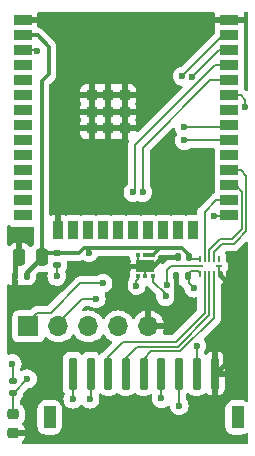
<source format=gbr>
%TF.GenerationSoftware,KiCad,Pcbnew,8.0.2-1*%
%TF.CreationDate,2025-01-02T17:14:25+07:00*%
%TF.ProjectId,ESP32-iPod-BLE,45535033-322d-4695-906f-642d424c452e,rev?*%
%TF.SameCoordinates,Original*%
%TF.FileFunction,Copper,L1,Top*%
%TF.FilePolarity,Positive*%
%FSLAX46Y46*%
G04 Gerber Fmt 4.6, Leading zero omitted, Abs format (unit mm)*
G04 Created by KiCad (PCBNEW 8.0.2-1) date 2025-01-02 17:14:25*
%MOMM*%
%LPD*%
G01*
G04 APERTURE LIST*
G04 Aperture macros list*
%AMRoundRect*
0 Rectangle with rounded corners*
0 $1 Rounding radius*
0 $2 $3 $4 $5 $6 $7 $8 $9 X,Y pos of 4 corners*
0 Add a 4 corners polygon primitive as box body*
4,1,4,$2,$3,$4,$5,$6,$7,$8,$9,$2,$3,0*
0 Add four circle primitives for the rounded corners*
1,1,$1+$1,$2,$3*
1,1,$1+$1,$4,$5*
1,1,$1+$1,$6,$7*
1,1,$1+$1,$8,$9*
0 Add four rect primitives between the rounded corners*
20,1,$1+$1,$2,$3,$4,$5,0*
20,1,$1+$1,$4,$5,$6,$7,0*
20,1,$1+$1,$6,$7,$8,$9,0*
20,1,$1+$1,$8,$9,$2,$3,0*%
G04 Aperture macros list end*
%TA.AperFunction,SMDPad,CuDef*%
%ADD10R,0.200000X0.600000*%
%TD*%
%TA.AperFunction,SMDPad,CuDef*%
%ADD11R,0.250000X0.150000*%
%TD*%
%TA.AperFunction,SMDPad,CuDef*%
%ADD12R,0.600000X0.200000*%
%TD*%
%TA.AperFunction,SMDPad,CuDef*%
%ADD13RoundRect,0.140000X-0.140000X-0.170000X0.140000X-0.170000X0.140000X0.170000X-0.140000X0.170000X0*%
%TD*%
%TA.AperFunction,SMDPad,CuDef*%
%ADD14RoundRect,0.140000X0.140000X0.170000X-0.140000X0.170000X-0.140000X-0.170000X0.140000X-0.170000X0*%
%TD*%
%TA.AperFunction,SMDPad,CuDef*%
%ADD15RoundRect,0.250000X0.250000X0.475000X-0.250000X0.475000X-0.250000X-0.475000X0.250000X-0.475000X0*%
%TD*%
%TA.AperFunction,SMDPad,CuDef*%
%ADD16RoundRect,0.135000X-0.185000X0.135000X-0.185000X-0.135000X0.185000X-0.135000X0.185000X0.135000X0*%
%TD*%
%TA.AperFunction,HeatsinkPad*%
%ADD17C,0.500000*%
%TD*%
%TA.AperFunction,HeatsinkPad*%
%ADD18R,1.600000X1.000000*%
%TD*%
%TA.AperFunction,SMDPad,CuDef*%
%ADD19RoundRect,0.093750X-0.106250X0.093750X-0.106250X-0.093750X0.106250X-0.093750X0.106250X0.093750X0*%
%TD*%
%TA.AperFunction,SMDPad,CuDef*%
%ADD20RoundRect,0.218750X0.256250X-0.218750X0.256250X0.218750X-0.256250X0.218750X-0.256250X-0.218750X0*%
%TD*%
%TA.AperFunction,SMDPad,CuDef*%
%ADD21R,1.500000X0.900000*%
%TD*%
%TA.AperFunction,SMDPad,CuDef*%
%ADD22R,0.900000X1.500000*%
%TD*%
%TA.AperFunction,SMDPad,CuDef*%
%ADD23R,0.900000X0.900000*%
%TD*%
%TA.AperFunction,SMDPad,CuDef*%
%ADD24RoundRect,0.175000X-0.175000X-1.175000X0.175000X-1.175000X0.175000X1.175000X-0.175000X1.175000X0*%
%TD*%
%TA.AperFunction,SMDPad,CuDef*%
%ADD25RoundRect,0.250000X-0.300000X-0.700000X0.300000X-0.700000X0.300000X0.700000X-0.300000X0.700000X0*%
%TD*%
%TA.AperFunction,ComponentPad*%
%ADD26R,1.700000X1.700000*%
%TD*%
%TA.AperFunction,ComponentPad*%
%ADD27O,1.700000X1.700000*%
%TD*%
%TA.AperFunction,ViaPad*%
%ADD28C,0.600000*%
%TD*%
%TA.AperFunction,Conductor*%
%ADD29C,0.200000*%
%TD*%
%TA.AperFunction,Conductor*%
%ADD30C,0.400000*%
%TD*%
%TA.AperFunction,Conductor*%
%ADD31C,0.300000*%
%TD*%
G04 APERTURE END LIST*
D10*
%TO.P,U3,1,VCCA*%
%TO.N,+1V8*%
X121000000Y-92700000D03*
D11*
X120825000Y-92475000D03*
D10*
%TO.P,U3,2,A1*%
%TO.N,I2S_SCK_1V8*%
X121400000Y-92700000D03*
%TO.P,U3,3,A2*%
%TO.N,I2S_WS_1V8*%
X121800000Y-92700000D03*
%TO.P,U3,4,A3*%
%TO.N,I2S_DATA_1V8*%
X122200000Y-92700000D03*
%TO.P,U3,5,A4*%
%TO.N,GND*%
X122600000Y-92700000D03*
D12*
%TO.P,U3,6,GND*%
X122600000Y-92050000D03*
D10*
%TO.P,U3,7,B4*%
%TO.N,unconnected-(U3-B4-Pad7)*%
X122600000Y-91400000D03*
%TO.P,U3,8,B3*%
%TO.N,I2S_DATA_3V3*%
X122200000Y-91400000D03*
%TO.P,U3,9,B2*%
%TO.N,I2S_WS_3V3*%
X121800000Y-91400000D03*
%TO.P,U3,10,B1*%
%TO.N,I2S_SCK_3V3*%
X121400000Y-91400000D03*
%TO.P,U3,11,VCCB*%
%TO.N,+3V3*%
X121000000Y-91400000D03*
D12*
%TO.P,U3,12,OE*%
%TO.N,ENA*%
X121000000Y-92050000D03*
%TD*%
D13*
%TO.P,C3,1*%
%TO.N,GND*%
X119000000Y-92900000D03*
%TO.P,C3,2*%
%TO.N,+1V8*%
X119960000Y-92900000D03*
%TD*%
D14*
%TO.P,C4,1*%
%TO.N,+3V3*%
X120080000Y-91300000D03*
%TO.P,C4,2*%
%TO.N,GND*%
X119120000Y-91300000D03*
%TD*%
%TO.P,C1,1*%
%TO.N,+3V3*%
X106330000Y-92850000D03*
%TO.P,C1,2*%
%TO.N,GND*%
X105370000Y-92850000D03*
%TD*%
D15*
%TO.P,C2,1*%
%TO.N,+3V3*%
X107599999Y-91300000D03*
%TO.P,C2,2*%
%TO.N,GND*%
X105700001Y-91300000D03*
%TD*%
D16*
%TO.P,R2,1*%
%TO.N,LED*%
X105200000Y-101740001D03*
%TO.P,R2,2*%
%TO.N,Net-(D1-A)*%
X105200000Y-102759999D03*
%TD*%
%TO.P,R1,1*%
%TO.N,+3V3*%
X108900000Y-90940001D03*
%TO.P,R1,2*%
%TO.N,Net-(U2-EN{slash}CHIP_PU)*%
X108900000Y-91959999D03*
%TD*%
D17*
%TO.P,U1,7,PAD*%
%TO.N,GND*%
X115850000Y-92000000D03*
D18*
X116400000Y-92000000D03*
D17*
X116950000Y-92000000D03*
D19*
%TO.P,U1,6,IN*%
%TO.N,V_BATT*%
X117050000Y-92887500D03*
%TO.P,U1,5,GND*%
%TO.N,GND*%
X116400000Y-92887500D03*
%TO.P,U1,4,EN*%
%TO.N,ENA*%
X115750000Y-92887500D03*
%TO.P,U1,3,GND*%
%TO.N,GND*%
X115750000Y-91112500D03*
%TO.P,U1,2,SNS*%
%TO.N,+3V3*%
X116400000Y-91112500D03*
%TO.P,U1,1,OUT*%
X117050000Y-91112500D03*
%TD*%
D20*
%TO.P,D1,1,K*%
%TO.N,GND*%
X105200000Y-106175002D03*
%TO.P,D1,2,A*%
%TO.N,Net-(D1-A)*%
X105200000Y-104600000D03*
%TD*%
D21*
%TO.P,U2,1,GND*%
%TO.N,GND*%
X106000000Y-71240000D03*
%TO.P,U2,2,3V3*%
%TO.N,+3V3*%
X106000000Y-72510000D03*
%TO.P,U2,3,EN/CHIP_PU*%
%TO.N,Net-(U2-EN{slash}CHIP_PU)*%
X106000000Y-73780000D03*
%TO.P,U2,4,SENSOR_VP/GPIO36/ADC1_CH0*%
%TO.N,unconnected-(U2-SENSOR_VP{slash}GPIO36{slash}ADC1_CH0-Pad4)*%
X106000000Y-75050000D03*
%TO.P,U2,5,SENSOR_VN/GPIO39/ADC1_CH3*%
%TO.N,unconnected-(U2-SENSOR_VN{slash}GPIO39{slash}ADC1_CH3-Pad5)*%
X106000000Y-76320000D03*
%TO.P,U2,6,GPIO34/ADC1_CH6*%
%TO.N,unconnected-(U2-GPIO34{slash}ADC1_CH6-Pad6)*%
X106000000Y-77590000D03*
%TO.P,U2,7,GPIO35/ADC1_CH7*%
%TO.N,unconnected-(U2-GPIO35{slash}ADC1_CH7-Pad7)*%
X106000000Y-78860000D03*
%TO.P,U2,8,32K_XP/GPIO32/ADC1_CH4*%
%TO.N,unconnected-(U2-32K_XP{slash}GPIO32{slash}ADC1_CH4-Pad8)*%
X106000000Y-80130000D03*
%TO.P,U2,9,32K_XN/GPIO33/ADC1_CH5*%
%TO.N,unconnected-(U2-32K_XN{slash}GPIO33{slash}ADC1_CH5-Pad9)*%
X106000000Y-81400000D03*
%TO.P,U2,10,DAC_1/ADC2_CH8/GPIO25*%
%TO.N,unconnected-(U2-DAC_1{slash}ADC2_CH8{slash}GPIO25-Pad10)*%
X106000000Y-82670000D03*
%TO.P,U2,11,DAC_2/ADC2_CH9/GPIO26*%
%TO.N,unconnected-(U2-DAC_2{slash}ADC2_CH9{slash}GPIO26-Pad11)*%
X106000000Y-83940000D03*
%TO.P,U2,12,ADC2_CH7/GPIO27*%
%TO.N,unconnected-(U2-ADC2_CH7{slash}GPIO27-Pad12)*%
X106000000Y-85210000D03*
%TO.P,U2,13,MTMS/GPIO14/ADC2_CH6*%
%TO.N,unconnected-(U2-MTMS{slash}GPIO14{slash}ADC2_CH6-Pad13)*%
X106000000Y-86480000D03*
%TO.P,U2,14,MTDI/GPIO12/ADC2_CH5*%
%TO.N,unconnected-(U2-MTDI{slash}GPIO12{slash}ADC2_CH5-Pad14)*%
X106000000Y-87750000D03*
D22*
%TO.P,U2,15,GND*%
%TO.N,GND*%
X109030000Y-89000000D03*
%TO.P,U2,16,MTCK/GPIO13/ADC2_CH4*%
%TO.N,unconnected-(U2-MTCK{slash}GPIO13{slash}ADC2_CH4-Pad16)*%
X110300000Y-89000000D03*
%TO.P,U2,17*%
%TO.N,N/C*%
X111570000Y-89000000D03*
%TO.P,U2,18*%
X112840000Y-89000000D03*
%TO.P,U2,19*%
X114110000Y-89000000D03*
%TO.P,U2,20*%
X115380000Y-89000000D03*
%TO.P,U2,21*%
X116650000Y-89000000D03*
%TO.P,U2,22*%
X117920000Y-89000000D03*
%TO.P,U2,23,MTDO/GPIO15/ADC2_CH3*%
%TO.N,unconnected-(U2-MTDO{slash}GPIO15{slash}ADC2_CH3-Pad23)*%
X119190000Y-89000000D03*
%TO.P,U2,24,ADC2_CH2/GPIO2*%
%TO.N,unconnected-(U2-ADC2_CH2{slash}GPIO2-Pad24)*%
X120460000Y-89000000D03*
D21*
%TO.P,U2,25,GPIO0/BOOT/ADC2_CH1*%
%TO.N,IO0*%
X123500000Y-87750000D03*
%TO.P,U2,26,ADC2_CH0/GPIO4*%
%TO.N,I2S_SCK_3V3*%
X123500000Y-86480000D03*
%TO.P,U2,27,GPIO16*%
%TO.N,I2S_WS_3V3*%
X123500000Y-85210000D03*
%TO.P,U2,28,GPIO17*%
%TO.N,I2S_DATA_3V3*%
X123500000Y-83940000D03*
%TO.P,U2,29,GPIO5*%
%TO.N,unconnected-(U2-GPIO5-Pad29)*%
X123500000Y-82670000D03*
%TO.P,U2,30,GPIO18*%
%TO.N,TX_2*%
X123500000Y-81400000D03*
%TO.P,U2,31,GPIO19*%
%TO.N,RX_2*%
X123500000Y-80130000D03*
%TO.P,U2,32*%
%TO.N,N/C*%
X123500000Y-78860000D03*
%TO.P,U2,33,GPIO21*%
%TO.N,ENA*%
X123500000Y-77590000D03*
%TO.P,U2,34,U0RXD/GPIO3*%
%TO.N,RX_0*%
X123500000Y-76320000D03*
%TO.P,U2,35,U0TXD/GPIO1*%
%TO.N,TX_0*%
X123500000Y-75050000D03*
%TO.P,U2,36,GPIO22*%
%TO.N,IO22*%
X123500000Y-73780000D03*
%TO.P,U2,37,GPIO23*%
%TO.N,LED*%
X123500000Y-72510000D03*
%TO.P,U2,38,GND*%
%TO.N,GND*%
X123500000Y-71240000D03*
D23*
%TO.P,U2,39,GND_THERMAL*%
X111850000Y-77560000D03*
X111850000Y-77560000D03*
X111850000Y-78960000D03*
X111850000Y-80360000D03*
X111850000Y-80360000D03*
X113250000Y-77560000D03*
X113250000Y-78960000D03*
X113250000Y-80360000D03*
X113250000Y-80360000D03*
X114650000Y-77560000D03*
X114650000Y-78960000D03*
X114650000Y-80360000D03*
%TD*%
D24*
%TO.P,J1,1,Pin_1*%
%TO.N,RX_2*%
X110250000Y-101150000D03*
%TO.P,J1,2,Pin_2*%
%TO.N,TX_2*%
X111750000Y-101150000D03*
%TO.P,J1,3,Pin_3*%
%TO.N,I2S_SCK_1V8*%
X113250000Y-101150000D03*
%TO.P,J1,4,Pin_4*%
%TO.N,I2S_WS_1V8*%
X114750000Y-101150000D03*
%TO.P,J1,5,Pin_5*%
%TO.N,I2S_DATA_1V8*%
X116250000Y-101150000D03*
%TO.P,J1,6,Pin_6*%
%TO.N,IO22*%
X117750000Y-101150000D03*
%TO.P,J1,7,Pin_7*%
%TO.N,+1V8*%
X119250000Y-101150000D03*
%TO.P,J1,8,Pin_8*%
%TO.N,V_BATT*%
X120750000Y-101150000D03*
%TO.P,J1,9,Pin_9*%
%TO.N,GND*%
X122250000Y-101150000D03*
D25*
%TO.P,J1,MP*%
%TO.N,N/C*%
X108300000Y-104850000D03*
X124200000Y-104850000D03*
%TD*%
D26*
%TO.P,J2,1,Pin_1*%
%TO.N,RX_0*%
X106490000Y-97150000D03*
D27*
%TO.P,J2,2,Pin_2*%
%TO.N,TX_0*%
X109030000Y-97150000D03*
%TO.P,J2,3,Pin_3*%
%TO.N,+3V3*%
X111569999Y-97150000D03*
%TO.P,J2,4,Pin_4*%
%TO.N,IO0*%
X114110000Y-97150000D03*
%TO.P,J2,5,Pin_5*%
%TO.N,GND*%
X116650000Y-97150000D03*
%TD*%
D28*
%TO.N,ENA*%
X118186398Y-93637868D03*
X115600000Y-93700000D03*
%TO.N,V_BATT*%
X120750000Y-98800000D03*
X118100000Y-94600000D03*
%TO.N,Net-(D1-A)*%
X106400000Y-101600000D03*
%TO.N,GND*%
X121600000Y-85200000D03*
X121600000Y-84000000D03*
X121600000Y-82800000D03*
X118400000Y-84600000D03*
X118400000Y-87000000D03*
X116200000Y-75400000D03*
X115200000Y-75400000D03*
X114200000Y-75400000D03*
X113200000Y-75400000D03*
X112200000Y-75400000D03*
X111200000Y-75400000D03*
X116200000Y-74400000D03*
X115200000Y-74400000D03*
X114200000Y-74400000D03*
X113200000Y-74400000D03*
X112200000Y-74400000D03*
X111200000Y-74400000D03*
X118400000Y-85800000D03*
X116200000Y-106200000D03*
X114800000Y-106200000D03*
X113400000Y-106200000D03*
X111800000Y-106200000D03*
X110200000Y-106200000D03*
%TO.N,Net-(U2-EN{slash}CHIP_PU)*%
X108900000Y-92900000D03*
%TO.N,ENA*%
X124800000Y-78600000D03*
%TO.N,+3V3*%
X111600000Y-90900000D03*
%TO.N,RX_0*%
X112800000Y-93500000D03*
%TO.N,TX_0*%
X115349997Y-85800000D03*
X112219999Y-94800000D03*
%TO.N,RX_0*%
X116150000Y-85800000D03*
%TO.N,LED*%
X105100000Y-100300000D03*
%TO.N,IO0*%
X122200000Y-87800000D03*
%TO.N,RX_2*%
X110250000Y-103300000D03*
X119700000Y-80300000D03*
%TO.N,+1V8*%
X119250000Y-103850000D03*
X120491869Y-93900000D03*
%TO.N,TX_2*%
X111700000Y-103300000D03*
X119700000Y-81400000D03*
%TO.N,LED*%
X119515000Y-75965000D03*
%TO.N,IO22*%
X120311348Y-76041383D03*
X117750000Y-103250000D03*
%TO.N,Net-(U2-EN{slash}CHIP_PU)*%
X107250000Y-73850000D03*
%TD*%
D29*
%TO.N,ENA*%
X118186398Y-93637868D02*
X118186398Y-92413602D01*
X118186398Y-92413602D02*
X118550000Y-92050000D01*
X118550000Y-92050000D02*
X121000000Y-92050000D01*
X115600000Y-93700000D02*
X115600000Y-93300000D01*
X115600000Y-93300000D02*
X115750000Y-93150000D01*
X115750000Y-93150000D02*
X115750000Y-92887500D01*
D30*
%TO.N,GND*%
X115850000Y-92000000D02*
X115100000Y-92000000D01*
D29*
X115100000Y-92000000D02*
X114800000Y-92300000D01*
X114800000Y-92300000D02*
X114800000Y-94100000D01*
X116650000Y-95950000D02*
X116650000Y-97150000D01*
X114800000Y-94100000D02*
X116650000Y-95950000D01*
D30*
X119000000Y-92900000D02*
X119000000Y-96300000D01*
X119000000Y-96300000D02*
X118150000Y-97150000D01*
X118150000Y-97150000D02*
X116650000Y-97150000D01*
D29*
%TO.N,V_BATT*%
X118100000Y-94400000D02*
X117050000Y-93350000D01*
X118100000Y-94600000D02*
X118100000Y-94400000D01*
X117050000Y-93350000D02*
X117050000Y-92887500D01*
D30*
%TO.N,GND*%
X122250000Y-101150000D02*
X123100000Y-100300000D01*
X123100000Y-93200000D02*
X122700000Y-92800000D01*
X123100000Y-100300000D02*
X123100000Y-93200000D01*
X122700000Y-92800000D02*
X122700000Y-92600000D01*
D29*
X122200000Y-101100000D02*
X122250000Y-101150000D01*
X122600000Y-92050000D02*
X122600000Y-92700000D01*
D30*
X119120000Y-91300000D02*
X117650000Y-91300000D01*
X117650000Y-91413366D02*
X117063366Y-92000000D01*
X117650000Y-91300000D02*
X117650000Y-91413366D01*
X117063366Y-92000000D02*
X116950000Y-92000000D01*
D29*
%TO.N,+1V8*%
X120491869Y-93900000D02*
X120080000Y-93488131D01*
X120080000Y-93488131D02*
X120080000Y-92900000D01*
%TO.N,TX_0*%
X115550000Y-85599997D02*
X115550000Y-81800000D01*
X115349997Y-85800000D02*
X115550000Y-85599997D01*
X122300000Y-75050000D02*
X123500000Y-75050000D01*
X115550000Y-81800000D02*
X122300000Y-75050000D01*
%TO.N,RX_0*%
X116150000Y-82050000D02*
X121880000Y-76320000D01*
X116150000Y-85800000D02*
X116150000Y-82050000D01*
X121880000Y-76320000D02*
X123500000Y-76320000D01*
X108400000Y-96000000D02*
X107240000Y-96000000D01*
X112800000Y-93500000D02*
X110900000Y-93500000D01*
X110900000Y-93500000D02*
X108400000Y-96000000D01*
X107240000Y-96000000D02*
X106490000Y-96750000D01*
%TO.N,TX_0*%
X109100000Y-96750000D02*
X109030000Y-96750000D01*
X111050000Y-94800000D02*
X109100000Y-96750000D01*
X112219999Y-94800000D02*
X111050000Y-94800000D01*
%TO.N,IO0*%
X122200000Y-87800000D02*
X123450000Y-87800000D01*
X123450000Y-87800000D02*
X123500000Y-87750000D01*
%TO.N,I2S_WS_3V3*%
X121800000Y-91400000D02*
X121800000Y-90700000D01*
X121800000Y-90700000D02*
X122750000Y-89750000D01*
X124550000Y-85730000D02*
X124030000Y-85210000D01*
X122750000Y-89750000D02*
X123734314Y-89750000D01*
X124550000Y-88934314D02*
X124550000Y-85730000D01*
X123734314Y-89750000D02*
X124550000Y-88934314D01*
X124030000Y-85210000D02*
X123500000Y-85210000D01*
%TO.N,I2S_DATA_3V3*%
X122200000Y-90865686D02*
X122915686Y-90150000D01*
X122915686Y-90150000D02*
X123900000Y-90150000D01*
X123900000Y-90150000D02*
X124134314Y-89915685D01*
X124134314Y-89915685D02*
X124950000Y-89099999D01*
X122200000Y-91400000D02*
X122200000Y-90865686D01*
X124950000Y-89099999D02*
X124950000Y-84400000D01*
X124950000Y-84400000D02*
X124490000Y-83940000D01*
X124490000Y-83940000D02*
X123500000Y-83940000D01*
%TO.N,I2S_SCK_1V8*%
X113250000Y-101150000D02*
X113250000Y-99700000D01*
X113250000Y-99700000D02*
X114500000Y-98450000D01*
X114500000Y-98450000D02*
X118950000Y-98450000D01*
X118950000Y-98450000D02*
X121400000Y-96000000D01*
X121400000Y-96000000D02*
X121400000Y-92700000D01*
%TO.N,I2S_WS_1V8*%
X114750000Y-101150000D02*
X114750000Y-99800000D01*
X115700000Y-98850000D02*
X119150000Y-98850000D01*
X121800000Y-96200000D02*
X121800000Y-92700000D01*
X114750000Y-99800000D02*
X115700000Y-98850000D01*
X119150000Y-98850000D02*
X121800000Y-96200000D01*
%TO.N,I2S_DATA_1V8*%
X122200000Y-92700000D02*
X122200000Y-96400000D01*
X119350000Y-99250000D02*
X116900000Y-99250000D01*
X122200000Y-96400000D02*
X119350000Y-99250000D01*
X116900000Y-99250000D02*
X116250000Y-99900000D01*
X116250000Y-99900000D02*
X116250000Y-101150000D01*
%TO.N,V_BATT*%
X120750000Y-98800000D02*
X120750000Y-101150000D01*
%TO.N,GND*%
X115750000Y-91112500D02*
X115750000Y-91900000D01*
X115750000Y-91900000D02*
X115850000Y-92000000D01*
X116400000Y-92887500D02*
X116400000Y-92000000D01*
D31*
%TO.N,+3V3*%
X117050000Y-91112500D02*
X116400000Y-91112500D01*
X117050000Y-91112500D02*
X117662500Y-90500000D01*
X117662500Y-90500000D02*
X118400000Y-90500000D01*
X111550000Y-90500000D02*
X119489999Y-90500000D01*
X120080000Y-91090001D02*
X120080000Y-91400000D01*
X119489999Y-90500000D02*
X120080000Y-91090001D01*
D29*
X121000000Y-91400000D02*
X120080000Y-91400000D01*
%TO.N,+1V8*%
X121000000Y-92700000D02*
X121000000Y-92650000D01*
X121000000Y-92650000D02*
X120825000Y-92475000D01*
X120825000Y-92475000D02*
X120225000Y-92475000D01*
X120225000Y-92475000D02*
X120100000Y-92600000D01*
%TO.N,I2S_SCK_3V3*%
X121400000Y-91400000D02*
X121400000Y-87450000D01*
X121400000Y-87450000D02*
X122370000Y-86480000D01*
X122370000Y-86480000D02*
X123500000Y-86480000D01*
D31*
%TO.N,+3V3*%
X111600000Y-90900000D02*
X111600000Y-90550000D01*
D29*
%TO.N,Net-(D1-A)*%
X106400000Y-101600000D02*
X105240001Y-102759999D01*
X105240001Y-102759999D02*
X105200000Y-102759999D01*
%TO.N,TX_2*%
X119700000Y-81400000D02*
X123500000Y-81400000D01*
%TO.N,RX_2*%
X119700000Y-80300000D02*
X123330000Y-80300000D01*
X123330000Y-80300000D02*
X123500000Y-80130000D01*
D30*
%TO.N,GND*%
X105370000Y-92850000D02*
X105370000Y-91630001D01*
D29*
X105370000Y-91630001D02*
X105700001Y-91300000D01*
D31*
%TO.N,+3V3*%
X107599999Y-91300000D02*
X107599999Y-76400001D01*
X107260000Y-72510000D02*
X106000000Y-72510000D01*
X107599999Y-76400001D02*
X108200000Y-75800000D01*
X108200000Y-75800000D02*
X108200000Y-73450000D01*
X108200000Y-73450000D02*
X107260000Y-72510000D01*
D29*
%TO.N,LED*%
X105100000Y-100300000D02*
X105200000Y-100400000D01*
X105200000Y-101640001D02*
X105150000Y-101690001D01*
X105200000Y-100400000D02*
X105200000Y-101640001D01*
%TO.N,Net-(D1-A)*%
X105050000Y-104562499D02*
X105200000Y-104412499D01*
X105200000Y-104412499D02*
X105200000Y-102859999D01*
X105200000Y-102859999D02*
X105100000Y-102759999D01*
%TO.N,Net-(U2-EN{slash}CHIP_PU)*%
X108900000Y-91959999D02*
X108900000Y-92900000D01*
D31*
%TO.N,+3V3*%
X108900000Y-90940001D02*
X107959998Y-90940001D01*
X107959998Y-90940001D02*
X107599999Y-91300000D01*
X111550000Y-90500000D02*
X111209999Y-90500000D01*
X110769998Y-90940001D02*
X108900000Y-90940001D01*
X111209999Y-90500000D02*
X110769998Y-90940001D01*
D29*
%TO.N,ENA*%
X124800000Y-77940000D02*
X124450000Y-77590000D01*
X124800000Y-78600000D02*
X124800000Y-77940000D01*
X124450000Y-77590000D02*
X123500000Y-77590000D01*
%TO.N,IO22*%
X120311348Y-76041383D02*
X120358617Y-76041383D01*
X120358617Y-76041383D02*
X122620000Y-73780000D01*
X122620000Y-73780000D02*
X123500000Y-73780000D01*
%TO.N,LED*%
X122970000Y-72510000D02*
X123500000Y-72510000D01*
X119515000Y-75965000D02*
X122970000Y-72510000D01*
%TO.N,+1V8*%
X119250000Y-103850000D02*
X119250000Y-101150000D01*
%TO.N,+3V3*%
X111600000Y-90550000D02*
X111550000Y-90500000D01*
D31*
X107599999Y-91849999D02*
X107599999Y-91300000D01*
D29*
%TO.N,IO22*%
X117750000Y-103250000D02*
X117750000Y-101150000D01*
%TO.N,RX_2*%
X110250000Y-103300000D02*
X110250000Y-101150000D01*
%TO.N,TX_2*%
X111700000Y-103300000D02*
X111750000Y-103250000D01*
X111750000Y-103250000D02*
X111750000Y-101150000D01*
D31*
%TO.N,+3V3*%
X106330000Y-92850000D02*
X106330000Y-92569999D01*
D30*
X106330000Y-92569999D02*
X107599999Y-91300000D01*
D29*
%TO.N,GND*%
X106070000Y-91330000D02*
X106100000Y-91300000D01*
%TO.N,Net-(U2-EN{slash}CHIP_PU)*%
X107180000Y-73780000D02*
X106000000Y-73780000D01*
X107250000Y-73850000D02*
X107180000Y-73780000D01*
%TD*%
%TA.AperFunction,Conductor*%
%TO.N,GND*%
G36*
X125018834Y-89982914D02*
G01*
X125074767Y-90024786D01*
X125099184Y-90090250D01*
X125099500Y-90099096D01*
X125099500Y-103415818D01*
X125079815Y-103482857D01*
X125027011Y-103528612D01*
X124957853Y-103538556D01*
X124910404Y-103521357D01*
X124819340Y-103465190D01*
X124819334Y-103465186D01*
X124652797Y-103410001D01*
X124652795Y-103410000D01*
X124550010Y-103399500D01*
X123849998Y-103399500D01*
X123849980Y-103399501D01*
X123747203Y-103410000D01*
X123747200Y-103410001D01*
X123580668Y-103465185D01*
X123580663Y-103465187D01*
X123431342Y-103557289D01*
X123307289Y-103681342D01*
X123215187Y-103830663D01*
X123215185Y-103830668D01*
X123198899Y-103879816D01*
X123160001Y-103997203D01*
X123160001Y-103997204D01*
X123160000Y-103997204D01*
X123149500Y-104099983D01*
X123149500Y-105600001D01*
X123149501Y-105600018D01*
X123160000Y-105702796D01*
X123160001Y-105702799D01*
X123215185Y-105869331D01*
X123215187Y-105869336D01*
X123239261Y-105908366D01*
X123307288Y-106018656D01*
X123431344Y-106142712D01*
X123580666Y-106234814D01*
X123747203Y-106289999D01*
X123849991Y-106300500D01*
X124550008Y-106300499D01*
X124550016Y-106300498D01*
X124550019Y-106300498D01*
X124606302Y-106294748D01*
X124652797Y-106289999D01*
X124819334Y-106234814D01*
X124910404Y-106178641D01*
X124977796Y-106160202D01*
X125044459Y-106181125D01*
X125089229Y-106234767D01*
X125099500Y-106284181D01*
X125099500Y-106975500D01*
X125079815Y-107042539D01*
X125027011Y-107088294D01*
X124975500Y-107099500D01*
X106066330Y-107099500D01*
X105999291Y-107079815D01*
X105953536Y-107027011D01*
X105943592Y-106957853D01*
X105972617Y-106894297D01*
X105978649Y-106887819D01*
X106023885Y-106842582D01*
X106112091Y-106699579D01*
X106112093Y-106699574D01*
X106164942Y-106540085D01*
X106174999Y-106441652D01*
X106175000Y-106441639D01*
X106175000Y-106425002D01*
X105074000Y-106425002D01*
X105006961Y-106405317D01*
X104961206Y-106352513D01*
X104950000Y-106301002D01*
X104950000Y-106049002D01*
X104969685Y-105981963D01*
X105022489Y-105936208D01*
X105074000Y-105925002D01*
X106174999Y-105925002D01*
X106174999Y-105908366D01*
X106174998Y-105908349D01*
X106164943Y-105809918D01*
X106112093Y-105650429D01*
X106112091Y-105650424D01*
X106023885Y-105507421D01*
X105991998Y-105475533D01*
X105958513Y-105414209D01*
X105963499Y-105344518D01*
X105991998Y-105300173D01*
X106024281Y-105267891D01*
X106112549Y-105124787D01*
X106165436Y-104965185D01*
X106175500Y-104866674D01*
X106175500Y-104333326D01*
X106165436Y-104234815D01*
X106120757Y-104099983D01*
X107249500Y-104099983D01*
X107249500Y-105600001D01*
X107249501Y-105600018D01*
X107260000Y-105702796D01*
X107260001Y-105702799D01*
X107315185Y-105869331D01*
X107315187Y-105869336D01*
X107339261Y-105908366D01*
X107407288Y-106018656D01*
X107531344Y-106142712D01*
X107680666Y-106234814D01*
X107847203Y-106289999D01*
X107949991Y-106300500D01*
X108650008Y-106300499D01*
X108650016Y-106300498D01*
X108650019Y-106300498D01*
X108706302Y-106294748D01*
X108752797Y-106289999D01*
X108919334Y-106234814D01*
X109068656Y-106142712D01*
X109192712Y-106018656D01*
X109284814Y-105869334D01*
X109339999Y-105702797D01*
X109350500Y-105600009D01*
X109350499Y-104099992D01*
X109339999Y-103997203D01*
X109284814Y-103830666D01*
X109192712Y-103681344D01*
X109068656Y-103557288D01*
X108975888Y-103500069D01*
X108919336Y-103465187D01*
X108919331Y-103465185D01*
X108917862Y-103464698D01*
X108752797Y-103410001D01*
X108752795Y-103410000D01*
X108650010Y-103399500D01*
X107949998Y-103399500D01*
X107949980Y-103399501D01*
X107847203Y-103410000D01*
X107847200Y-103410001D01*
X107680668Y-103465185D01*
X107680663Y-103465187D01*
X107531342Y-103557289D01*
X107407289Y-103681342D01*
X107315187Y-103830663D01*
X107315185Y-103830668D01*
X107298899Y-103879816D01*
X107260001Y-103997203D01*
X107260001Y-103997204D01*
X107260000Y-103997204D01*
X107249500Y-104099983D01*
X106120757Y-104099983D01*
X106112549Y-104075213D01*
X106112545Y-104075207D01*
X106112544Y-104075204D01*
X106024283Y-103932112D01*
X106024280Y-103932108D01*
X105905390Y-103813218D01*
X105859402Y-103784852D01*
X105812678Y-103732903D01*
X105800500Y-103679314D01*
X105800500Y-103429594D01*
X105820185Y-103362555D01*
X105836814Y-103341917D01*
X105891135Y-103287597D01*
X105972869Y-103149392D01*
X106016811Y-102998142D01*
X106017664Y-102995207D01*
X106017665Y-102995201D01*
X106017774Y-102993819D01*
X106020500Y-102959180D01*
X106020499Y-102880096D01*
X106040183Y-102813058D01*
X106056813Y-102792420D01*
X106418535Y-102430698D01*
X106479856Y-102397215D01*
X106492311Y-102395163D01*
X106579255Y-102385368D01*
X106749522Y-102325789D01*
X106902262Y-102229816D01*
X107029816Y-102102262D01*
X107125789Y-101949522D01*
X107185368Y-101779255D01*
X107205565Y-101600000D01*
X107185368Y-101420745D01*
X107125789Y-101250478D01*
X107029816Y-101097738D01*
X106902262Y-100970184D01*
X106809528Y-100911915D01*
X106749523Y-100874211D01*
X106579254Y-100814631D01*
X106579249Y-100814630D01*
X106400004Y-100794435D01*
X106399996Y-100794435D01*
X106220750Y-100814630D01*
X106220745Y-100814631D01*
X106050476Y-100874211D01*
X105990472Y-100911915D01*
X105923235Y-100930915D01*
X105856400Y-100910547D01*
X105811186Y-100857279D01*
X105800500Y-100806921D01*
X105800500Y-100725493D01*
X105819508Y-100659519D01*
X105825787Y-100649525D01*
X105825786Y-100649525D01*
X105825789Y-100649522D01*
X105885368Y-100479255D01*
X105905565Y-100300000D01*
X105885368Y-100120745D01*
X105825789Y-99950478D01*
X105806910Y-99920433D01*
X105764128Y-99852345D01*
X105729816Y-99797738D01*
X105602262Y-99670184D01*
X105499500Y-99605614D01*
X105449523Y-99574211D01*
X105279254Y-99514631D01*
X105279249Y-99514630D01*
X105100004Y-99494435D01*
X105099996Y-99494435D01*
X104920750Y-99514630D01*
X104920739Y-99514633D01*
X104865453Y-99533978D01*
X104795674Y-99537539D01*
X104735047Y-99502809D01*
X104702821Y-99440816D01*
X104700500Y-99416936D01*
X104700500Y-93667794D01*
X104720185Y-93600755D01*
X104772989Y-93555000D01*
X104842147Y-93545056D01*
X104887622Y-93561062D01*
X104973806Y-93612032D01*
X105120000Y-93654504D01*
X105120000Y-92724000D01*
X105139685Y-92656961D01*
X105192489Y-92611206D01*
X105244000Y-92600000D01*
X105425500Y-92600000D01*
X105492539Y-92619685D01*
X105538294Y-92672489D01*
X105549500Y-92724000D01*
X105549500Y-93084697D01*
X105552356Y-93120991D01*
X105552357Y-93120997D01*
X105597503Y-93276389D01*
X105597505Y-93276393D01*
X105597506Y-93276395D01*
X105602732Y-93285233D01*
X105620000Y-93348352D01*
X105620000Y-93654503D01*
X105766194Y-93612032D01*
X105786384Y-93600091D01*
X105854108Y-93582906D01*
X105912629Y-93600089D01*
X105933605Y-93612494D01*
X105964032Y-93621334D01*
X106089002Y-93657642D01*
X106089005Y-93657642D01*
X106089007Y-93657643D01*
X106125310Y-93660500D01*
X106125318Y-93660500D01*
X106534682Y-93660500D01*
X106534690Y-93660500D01*
X106570993Y-93657643D01*
X106570995Y-93657642D01*
X106570997Y-93657642D01*
X106611975Y-93645736D01*
X106726395Y-93612494D01*
X106865687Y-93530117D01*
X106980117Y-93415687D01*
X107062494Y-93276395D01*
X107099449Y-93149198D01*
X107107642Y-93120997D01*
X107107643Y-93120991D01*
X107110499Y-93084697D01*
X107110500Y-93084690D01*
X107110500Y-92831517D01*
X107130185Y-92764478D01*
X107146815Y-92743840D01*
X107328837Y-92561817D01*
X107390160Y-92528333D01*
X107416518Y-92525499D01*
X107900001Y-92525499D01*
X107900007Y-92525499D01*
X107999365Y-92515349D01*
X108068056Y-92528118D01*
X108118940Y-92575999D01*
X108135861Y-92643789D01*
X108129007Y-92679660D01*
X108114633Y-92720739D01*
X108114630Y-92720750D01*
X108094435Y-92899996D01*
X108094435Y-92900003D01*
X108114630Y-93079249D01*
X108114631Y-93079254D01*
X108174211Y-93249523D01*
X108237646Y-93350478D01*
X108270184Y-93402262D01*
X108397738Y-93529816D01*
X108437818Y-93555000D01*
X108529320Y-93612495D01*
X108550478Y-93625789D01*
X108703258Y-93679249D01*
X108720745Y-93685368D01*
X108720750Y-93685369D01*
X108899996Y-93705565D01*
X108900000Y-93705565D01*
X108900004Y-93705565D01*
X109079249Y-93685369D01*
X109079252Y-93685368D01*
X109079255Y-93685368D01*
X109249522Y-93625789D01*
X109402262Y-93529816D01*
X109529816Y-93402262D01*
X109625789Y-93249522D01*
X109685368Y-93079255D01*
X109686612Y-93068215D01*
X109705565Y-92900003D01*
X109705565Y-92899996D01*
X109685369Y-92720750D01*
X109685368Y-92720745D01*
X109658440Y-92643789D01*
X109625789Y-92550478D01*
X109625788Y-92550477D01*
X109625786Y-92550470D01*
X109622769Y-92544205D01*
X109625422Y-92542926D01*
X109610005Y-92488345D01*
X109627264Y-92426505D01*
X109672869Y-92349392D01*
X109717665Y-92195203D01*
X109720500Y-92159180D01*
X109720499Y-91760819D01*
X109717665Y-91724795D01*
X109717664Y-91724793D01*
X109717620Y-91724227D01*
X109731986Y-91655850D01*
X109781038Y-91606095D01*
X109841238Y-91590501D01*
X110834069Y-91590501D01*
X110918613Y-91573683D01*
X110959742Y-91565502D01*
X111017959Y-91541387D01*
X111087424Y-91533919D01*
X111131379Y-91550954D01*
X111250478Y-91625789D01*
X111409074Y-91681284D01*
X111420745Y-91685368D01*
X111420750Y-91685369D01*
X111599996Y-91705565D01*
X111600000Y-91705565D01*
X111600004Y-91705565D01*
X111779249Y-91685369D01*
X111779252Y-91685368D01*
X111779255Y-91685368D01*
X111949522Y-91625789D01*
X112102262Y-91529816D01*
X112229816Y-91402262D01*
X112325789Y-91249522D01*
X112331379Y-91233545D01*
X112372100Y-91176770D01*
X112437053Y-91151022D01*
X112448421Y-91150500D01*
X114928793Y-91150500D01*
X114995832Y-91170185D01*
X115041587Y-91222989D01*
X115051732Y-91258316D01*
X115065281Y-91361241D01*
X115065284Y-91361253D01*
X115125108Y-91505682D01*
X115125109Y-91505683D01*
X115155601Y-91545422D01*
X115180795Y-91610592D01*
X115170674Y-91665388D01*
X115172297Y-91665956D01*
X115114176Y-91832053D01*
X115114175Y-91832058D01*
X115095254Y-91999996D01*
X115095254Y-92000003D01*
X115114175Y-92167941D01*
X115114176Y-92167946D01*
X115172297Y-92334044D01*
X115170343Y-92334727D01*
X115180050Y-92393751D01*
X115155358Y-92454070D01*
X115124672Y-92494061D01*
X115064796Y-92638616D01*
X115064794Y-92638621D01*
X115049501Y-92754788D01*
X115049500Y-92754804D01*
X115049500Y-93021636D01*
X115041833Y-93060182D01*
X115042526Y-93060368D01*
X115027321Y-93117108D01*
X114995231Y-93172689D01*
X114970186Y-93197734D01*
X114970184Y-93197738D01*
X114874211Y-93350476D01*
X114814631Y-93520745D01*
X114814630Y-93520750D01*
X114794435Y-93699996D01*
X114794435Y-93700003D01*
X114814630Y-93879249D01*
X114814631Y-93879254D01*
X114874211Y-94049523D01*
X114919570Y-94121711D01*
X114970184Y-94202262D01*
X115097738Y-94329816D01*
X115170082Y-94375273D01*
X115242450Y-94420745D01*
X115250478Y-94425789D01*
X115420745Y-94485368D01*
X115420750Y-94485369D01*
X115599996Y-94505565D01*
X115600000Y-94505565D01*
X115600004Y-94505565D01*
X115779249Y-94485369D01*
X115779252Y-94485368D01*
X115779255Y-94485368D01*
X115949522Y-94425789D01*
X116102262Y-94329816D01*
X116229816Y-94202262D01*
X116325789Y-94049522D01*
X116385368Y-93879255D01*
X116390063Y-93837590D01*
X116391439Y-93825375D01*
X116418505Y-93760960D01*
X116476099Y-93721405D01*
X116545936Y-93719266D01*
X116602340Y-93751576D01*
X116688349Y-93837585D01*
X116688355Y-93837590D01*
X117268040Y-94417275D01*
X117301525Y-94478598D01*
X117303579Y-94518839D01*
X117294435Y-94599997D01*
X117294435Y-94600003D01*
X117314630Y-94779249D01*
X117314631Y-94779254D01*
X117374211Y-94949523D01*
X117470184Y-95102262D01*
X117597738Y-95229816D01*
X117750478Y-95325789D01*
X117920745Y-95385368D01*
X117920750Y-95385369D01*
X118099996Y-95405565D01*
X118100000Y-95405565D01*
X118100004Y-95405565D01*
X118279249Y-95385369D01*
X118279252Y-95385368D01*
X118279255Y-95385368D01*
X118449522Y-95325789D01*
X118602262Y-95229816D01*
X118729816Y-95102262D01*
X118825789Y-94949522D01*
X118885368Y-94779255D01*
X118895826Y-94686439D01*
X118905565Y-94600003D01*
X118905565Y-94599996D01*
X118885369Y-94420750D01*
X118885366Y-94420737D01*
X118825790Y-94250481D01*
X118822767Y-94244202D01*
X118824834Y-94243206D01*
X118808786Y-94186425D01*
X118827787Y-94121711D01*
X118912186Y-93987392D01*
X118914823Y-93979857D01*
X118971766Y-93817123D01*
X118978094Y-93760960D01*
X118991963Y-93637871D01*
X118991963Y-93637864D01*
X118971767Y-93458618D01*
X118971766Y-93458613D01*
X118956747Y-93415692D01*
X118912187Y-93288346D01*
X118904676Y-93276393D01*
X118855254Y-93197738D01*
X118816214Y-93135606D01*
X118816212Y-93135604D01*
X118816211Y-93135602D01*
X118813948Y-93132764D01*
X118813057Y-93130583D01*
X118812509Y-93129710D01*
X118812662Y-93129613D01*
X118787542Y-93068077D01*
X118786898Y-93055455D01*
X118786898Y-92774500D01*
X118806583Y-92707461D01*
X118859387Y-92661706D01*
X118910898Y-92650500D01*
X119055500Y-92650500D01*
X119122539Y-92670185D01*
X119168294Y-92722989D01*
X119179500Y-92774500D01*
X119179500Y-93134697D01*
X119182356Y-93170991D01*
X119182357Y-93170997D01*
X119227503Y-93326389D01*
X119227505Y-93326393D01*
X119227506Y-93326395D01*
X119232732Y-93335233D01*
X119250000Y-93398352D01*
X119250000Y-93704503D01*
X119380593Y-93666564D01*
X119450462Y-93666764D01*
X119509132Y-93704707D01*
X119522567Y-93723629D01*
X119527273Y-93731781D01*
X119527275Y-93731786D01*
X119527276Y-93731786D01*
X119599475Y-93856840D01*
X119599481Y-93856848D01*
X119661167Y-93918534D01*
X119694652Y-93979857D01*
X119696706Y-93992331D01*
X119706499Y-94079249D01*
X119766079Y-94249521D01*
X119816531Y-94329815D01*
X119862053Y-94402262D01*
X119989607Y-94529816D01*
X120079949Y-94586582D01*
X120134319Y-94620745D01*
X120142347Y-94625789D01*
X120312614Y-94685368D01*
X120312619Y-94685369D01*
X120491865Y-94705565D01*
X120491869Y-94705565D01*
X120491872Y-94705565D01*
X120584062Y-94695177D01*
X120661616Y-94686439D01*
X120730438Y-94698493D01*
X120781818Y-94745842D01*
X120799500Y-94809659D01*
X120799500Y-95699903D01*
X120779815Y-95766942D01*
X120763181Y-95787584D01*
X118737584Y-97813181D01*
X118676261Y-97846666D01*
X118649903Y-97849500D01*
X118008019Y-97849500D01*
X117940980Y-97829815D01*
X117895225Y-97777011D01*
X117885281Y-97707853D01*
X117895637Y-97673095D01*
X117923429Y-97613492D01*
X117923432Y-97613486D01*
X117980636Y-97400000D01*
X117083012Y-97400000D01*
X117115925Y-97342993D01*
X117150000Y-97215826D01*
X117150000Y-97084174D01*
X117115925Y-96957007D01*
X117083012Y-96900000D01*
X117980636Y-96900000D01*
X117980635Y-96899999D01*
X117923432Y-96686513D01*
X117923429Y-96686507D01*
X117823600Y-96472422D01*
X117823599Y-96472420D01*
X117688113Y-96278926D01*
X117688108Y-96278920D01*
X117521082Y-96111894D01*
X117327578Y-95976399D01*
X117113492Y-95876570D01*
X117113486Y-95876567D01*
X116900000Y-95819364D01*
X116900000Y-96716988D01*
X116842993Y-96684075D01*
X116715826Y-96650000D01*
X116584174Y-96650000D01*
X116457007Y-96684075D01*
X116400000Y-96716988D01*
X116400000Y-95819364D01*
X116399999Y-95819364D01*
X116186513Y-95876567D01*
X116186507Y-95876570D01*
X115972422Y-95976399D01*
X115972420Y-95976400D01*
X115778926Y-96111886D01*
X115778920Y-96111891D01*
X115611891Y-96278920D01*
X115611890Y-96278922D01*
X115481880Y-96464595D01*
X115427303Y-96508219D01*
X115357804Y-96515412D01*
X115295450Y-96483890D01*
X115278730Y-96464594D01*
X115148494Y-96278597D01*
X114981402Y-96111506D01*
X114981395Y-96111501D01*
X114787834Y-95975967D01*
X114787830Y-95975965D01*
X114787828Y-95975964D01*
X114573663Y-95876097D01*
X114573659Y-95876096D01*
X114573655Y-95876094D01*
X114345413Y-95814938D01*
X114345403Y-95814936D01*
X114110001Y-95794341D01*
X114109999Y-95794341D01*
X113874596Y-95814936D01*
X113874586Y-95814938D01*
X113646344Y-95876094D01*
X113646335Y-95876098D01*
X113432171Y-95975964D01*
X113432169Y-95975965D01*
X113238597Y-96111505D01*
X113071508Y-96278594D01*
X112941574Y-96464160D01*
X112886997Y-96507784D01*
X112817498Y-96514977D01*
X112755144Y-96483455D01*
X112738424Y-96464159D01*
X112608493Y-96278597D01*
X112441401Y-96111506D01*
X112441394Y-96111501D01*
X112247833Y-95975967D01*
X112247829Y-95975965D01*
X112247827Y-95975964D01*
X112033662Y-95876097D01*
X112033658Y-95876096D01*
X112033654Y-95876094D01*
X111805412Y-95814938D01*
X111805402Y-95814936D01*
X111570000Y-95794341D01*
X111569998Y-95794341D01*
X111334595Y-95814936D01*
X111334585Y-95814938D01*
X111166484Y-95859980D01*
X111096634Y-95858317D01*
X111038772Y-95819154D01*
X111011268Y-95754925D01*
X111022855Y-95686023D01*
X111046708Y-95652526D01*
X111262416Y-95436819D01*
X111323739Y-95403334D01*
X111350097Y-95400500D01*
X111637587Y-95400500D01*
X111704626Y-95420185D01*
X111714902Y-95427555D01*
X111717735Y-95429814D01*
X111717737Y-95429816D01*
X111831269Y-95501152D01*
X111860434Y-95519479D01*
X111870477Y-95525789D01*
X112040744Y-95585368D01*
X112040749Y-95585369D01*
X112219995Y-95605565D01*
X112219999Y-95605565D01*
X112220003Y-95605565D01*
X112399248Y-95585369D01*
X112399251Y-95585368D01*
X112399254Y-95585368D01*
X112569521Y-95525789D01*
X112722261Y-95429816D01*
X112849815Y-95302262D01*
X112945788Y-95149522D01*
X113005367Y-94979255D01*
X113025564Y-94800000D01*
X113012648Y-94685369D01*
X113005368Y-94620750D01*
X113005365Y-94620737D01*
X112945790Y-94450482D01*
X112942772Y-94444215D01*
X112931420Y-94375273D01*
X112959142Y-94311139D01*
X113013535Y-94273372D01*
X113149522Y-94225789D01*
X113302262Y-94129816D01*
X113429816Y-94002262D01*
X113525789Y-93849522D01*
X113585368Y-93679255D01*
X113585369Y-93679249D01*
X113605565Y-93500003D01*
X113605565Y-93499996D01*
X113585369Y-93320750D01*
X113585368Y-93320745D01*
X113569849Y-93276395D01*
X113525789Y-93150478D01*
X113429816Y-92997738D01*
X113302262Y-92870184D01*
X113240724Y-92831517D01*
X113149523Y-92774211D01*
X112979254Y-92714631D01*
X112979249Y-92714630D01*
X112800004Y-92694435D01*
X112799996Y-92694435D01*
X112620750Y-92714630D01*
X112620745Y-92714631D01*
X112450476Y-92774211D01*
X112297736Y-92870185D01*
X112294903Y-92872445D01*
X112292724Y-92873334D01*
X112291842Y-92873889D01*
X112291744Y-92873734D01*
X112230217Y-92898855D01*
X112217588Y-92899500D01*
X110986669Y-92899500D01*
X110986653Y-92899499D01*
X110979057Y-92899499D01*
X110820943Y-92899499D01*
X110706397Y-92930192D01*
X110668214Y-92940423D01*
X110647594Y-92952328D01*
X110642067Y-92955520D01*
X110586675Y-92987500D01*
X110531285Y-93019479D01*
X110531282Y-93019481D01*
X110471515Y-93079249D01*
X110419480Y-93131284D01*
X110419478Y-93131286D01*
X109300284Y-94250481D01*
X108187584Y-95363181D01*
X108126261Y-95396666D01*
X108099903Y-95399500D01*
X107319057Y-95399500D01*
X107160943Y-95399500D01*
X107008215Y-95440423D01*
X107008214Y-95440423D01*
X107008212Y-95440424D01*
X107008209Y-95440425D01*
X106958096Y-95469359D01*
X106958095Y-95469360D01*
X106914689Y-95494420D01*
X106871285Y-95519479D01*
X106871282Y-95519481D01*
X106805396Y-95585368D01*
X106759480Y-95631284D01*
X106759478Y-95631286D01*
X106690861Y-95699903D01*
X106627582Y-95763182D01*
X106566259Y-95796666D01*
X106539901Y-95799500D01*
X105592129Y-95799500D01*
X105592123Y-95799501D01*
X105532516Y-95805908D01*
X105397671Y-95856202D01*
X105397664Y-95856206D01*
X105282455Y-95942452D01*
X105282452Y-95942455D01*
X105196206Y-96057664D01*
X105196202Y-96057671D01*
X105145908Y-96192517D01*
X105139501Y-96252116D01*
X105139500Y-96252135D01*
X105139500Y-98047870D01*
X105139501Y-98047876D01*
X105145908Y-98107483D01*
X105196202Y-98242328D01*
X105196206Y-98242335D01*
X105282452Y-98357544D01*
X105282455Y-98357547D01*
X105397664Y-98443793D01*
X105397671Y-98443797D01*
X105532517Y-98494091D01*
X105532516Y-98494091D01*
X105539444Y-98494835D01*
X105592127Y-98500500D01*
X107387872Y-98500499D01*
X107447483Y-98494091D01*
X107582331Y-98443796D01*
X107697546Y-98357546D01*
X107783796Y-98242331D01*
X107832810Y-98110916D01*
X107874681Y-98054984D01*
X107940145Y-98030566D01*
X108008418Y-98045417D01*
X108036673Y-98066569D01*
X108158599Y-98188495D01*
X108255384Y-98256265D01*
X108352165Y-98324032D01*
X108352167Y-98324033D01*
X108352170Y-98324035D01*
X108566337Y-98423903D01*
X108794592Y-98485063D01*
X108971034Y-98500500D01*
X109029999Y-98505659D01*
X109030000Y-98505659D01*
X109030001Y-98505659D01*
X109088966Y-98500500D01*
X109265408Y-98485063D01*
X109493663Y-98423903D01*
X109707830Y-98324035D01*
X109901401Y-98188495D01*
X110068495Y-98021401D01*
X110198424Y-97835842D01*
X110253001Y-97792218D01*
X110322499Y-97785024D01*
X110384854Y-97816547D01*
X110401573Y-97835841D01*
X110531504Y-98021401D01*
X110698598Y-98188495D01*
X110795383Y-98256265D01*
X110892164Y-98324032D01*
X110892166Y-98324033D01*
X110892169Y-98324035D01*
X111106336Y-98423903D01*
X111334591Y-98485063D01*
X111511033Y-98500500D01*
X111569998Y-98505659D01*
X111569999Y-98505659D01*
X111570000Y-98505659D01*
X111628965Y-98500500D01*
X111805407Y-98485063D01*
X112033662Y-98423903D01*
X112247829Y-98324035D01*
X112441400Y-98188495D01*
X112608494Y-98021401D01*
X112738425Y-97835839D01*
X112793001Y-97792216D01*
X112862499Y-97785022D01*
X112924854Y-97816545D01*
X112941572Y-97835838D01*
X113071505Y-98021401D01*
X113238599Y-98188495D01*
X113335384Y-98256265D01*
X113432165Y-98324032D01*
X113432167Y-98324033D01*
X113432170Y-98324035D01*
X113506657Y-98358769D01*
X113559095Y-98404940D01*
X113578247Y-98472134D01*
X113558031Y-98539015D01*
X113541932Y-98558831D01*
X112881286Y-99219478D01*
X112769482Y-99331281D01*
X112769478Y-99331287D01*
X112750769Y-99363690D01*
X112707536Y-99407802D01*
X112655345Y-99439353D01*
X112587680Y-99507018D01*
X112526356Y-99540502D01*
X112456665Y-99535517D01*
X112412318Y-99507017D01*
X112344652Y-99439351D01*
X112344648Y-99439348D01*
X112204272Y-99354488D01*
X112204263Y-99354485D01*
X112047664Y-99305687D01*
X112047662Y-99305686D01*
X112047657Y-99305685D01*
X111979594Y-99299500D01*
X111520406Y-99299500D01*
X111452343Y-99305685D01*
X111452339Y-99305686D01*
X111452335Y-99305687D01*
X111295736Y-99354485D01*
X111295727Y-99354488D01*
X111155351Y-99439348D01*
X111087681Y-99507018D01*
X111026357Y-99540502D01*
X110956666Y-99535517D01*
X110912319Y-99507018D01*
X110886819Y-99481518D01*
X110844653Y-99439352D01*
X110844650Y-99439350D01*
X110844648Y-99439348D01*
X110704272Y-99354488D01*
X110704263Y-99354485D01*
X110547664Y-99305687D01*
X110547662Y-99305686D01*
X110547657Y-99305685D01*
X110479594Y-99299500D01*
X110020406Y-99299500D01*
X109952343Y-99305685D01*
X109952339Y-99305686D01*
X109952335Y-99305687D01*
X109795736Y-99354485D01*
X109795727Y-99354488D01*
X109655351Y-99439348D01*
X109655347Y-99439351D01*
X109539351Y-99555347D01*
X109539348Y-99555351D01*
X109454488Y-99695727D01*
X109454485Y-99695736D01*
X109405687Y-99852335D01*
X109405685Y-99852343D01*
X109399500Y-99920406D01*
X109399500Y-102379594D01*
X109405685Y-102447657D01*
X109405686Y-102447662D01*
X109405687Y-102447664D01*
X109454485Y-102604263D01*
X109454488Y-102604272D01*
X109539348Y-102744648D01*
X109539351Y-102744652D01*
X109539553Y-102744854D01*
X109539653Y-102745037D01*
X109543974Y-102750552D01*
X109543056Y-102751270D01*
X109573038Y-102806177D01*
X109568054Y-102875869D01*
X109556866Y-102898507D01*
X109524211Y-102950476D01*
X109464631Y-103120745D01*
X109464630Y-103120750D01*
X109444435Y-103299996D01*
X109444435Y-103300003D01*
X109464630Y-103479249D01*
X109464631Y-103479254D01*
X109524211Y-103649523D01*
X109616769Y-103796827D01*
X109620184Y-103802262D01*
X109747738Y-103929816D01*
X109900478Y-104025789D01*
X110070745Y-104085368D01*
X110070750Y-104085369D01*
X110249996Y-104105565D01*
X110250000Y-104105565D01*
X110250004Y-104105565D01*
X110429249Y-104085369D01*
X110429252Y-104085368D01*
X110429255Y-104085368D01*
X110599522Y-104025789D01*
X110752262Y-103929816D01*
X110879816Y-103802262D01*
X110879816Y-103802261D01*
X110884740Y-103797338D01*
X110886174Y-103798772D01*
X110935241Y-103764332D01*
X111005052Y-103761482D01*
X111065322Y-103796827D01*
X111069044Y-103801122D01*
X111070184Y-103802262D01*
X111197738Y-103929816D01*
X111350478Y-104025789D01*
X111520745Y-104085368D01*
X111520750Y-104085369D01*
X111699996Y-104105565D01*
X111700000Y-104105565D01*
X111700004Y-104105565D01*
X111879249Y-104085369D01*
X111879252Y-104085368D01*
X111879255Y-104085368D01*
X112049522Y-104025789D01*
X112202262Y-103929816D01*
X112329816Y-103802262D01*
X112425789Y-103649522D01*
X112485368Y-103479255D01*
X112486953Y-103465187D01*
X112505565Y-103300003D01*
X112505565Y-103299996D01*
X112485369Y-103120750D01*
X112485368Y-103120745D01*
X112433309Y-102971969D01*
X112429748Y-102902190D01*
X112464477Y-102841562D01*
X112526470Y-102809335D01*
X112596045Y-102815740D01*
X112638032Y-102843333D01*
X112655347Y-102860648D01*
X112655351Y-102860651D01*
X112795727Y-102945511D01*
X112795736Y-102945514D01*
X112811660Y-102950476D01*
X112952343Y-102994315D01*
X113020406Y-103000500D01*
X113020409Y-103000500D01*
X113479591Y-103000500D01*
X113479594Y-103000500D01*
X113547657Y-102994315D01*
X113704270Y-102945512D01*
X113705030Y-102945053D01*
X113844648Y-102860651D01*
X113844647Y-102860651D01*
X113844653Y-102860648D01*
X113912319Y-102792982D01*
X113973642Y-102759497D01*
X114043334Y-102764481D01*
X114087681Y-102792982D01*
X114155347Y-102860648D01*
X114155351Y-102860651D01*
X114295727Y-102945511D01*
X114295736Y-102945514D01*
X114311660Y-102950476D01*
X114452343Y-102994315D01*
X114520406Y-103000500D01*
X114520409Y-103000500D01*
X114979591Y-103000500D01*
X114979594Y-103000500D01*
X115047657Y-102994315D01*
X115204270Y-102945512D01*
X115205030Y-102945053D01*
X115344648Y-102860651D01*
X115344647Y-102860651D01*
X115344653Y-102860648D01*
X115412319Y-102792982D01*
X115473642Y-102759497D01*
X115543334Y-102764481D01*
X115587681Y-102792982D01*
X115655347Y-102860648D01*
X115655351Y-102860651D01*
X115795727Y-102945511D01*
X115795736Y-102945514D01*
X115811660Y-102950476D01*
X115952343Y-102994315D01*
X116020406Y-103000500D01*
X116020409Y-103000500D01*
X116479591Y-103000500D01*
X116479594Y-103000500D01*
X116547657Y-102994315D01*
X116704270Y-102945512D01*
X116794989Y-102890670D01*
X116862542Y-102872835D01*
X116929015Y-102894353D01*
X116973303Y-102948393D01*
X116981344Y-103017798D01*
X116976179Y-103037740D01*
X116964634Y-103070735D01*
X116964630Y-103070750D01*
X116944435Y-103249996D01*
X116944435Y-103250003D01*
X116964630Y-103429249D01*
X116964631Y-103429254D01*
X117024211Y-103599523D01*
X117075622Y-103681342D01*
X117120184Y-103752262D01*
X117247738Y-103879816D01*
X117400478Y-103975789D01*
X117461676Y-103997203D01*
X117570745Y-104035368D01*
X117570750Y-104035369D01*
X117749996Y-104055565D01*
X117750000Y-104055565D01*
X117750004Y-104055565D01*
X117929249Y-104035369D01*
X117929252Y-104035368D01*
X117929255Y-104035368D01*
X118099522Y-103975789D01*
X118252262Y-103879816D01*
X118252270Y-103879807D01*
X118256251Y-103876633D01*
X118320935Y-103850219D01*
X118389632Y-103862968D01*
X118440530Y-103910834D01*
X118456793Y-103959689D01*
X118464630Y-104029250D01*
X118464631Y-104029254D01*
X118524211Y-104199523D01*
X118608281Y-104333318D01*
X118620184Y-104352262D01*
X118747738Y-104479816D01*
X118900478Y-104575789D01*
X119070745Y-104635368D01*
X119070750Y-104635369D01*
X119249996Y-104655565D01*
X119250000Y-104655565D01*
X119250004Y-104655565D01*
X119429249Y-104635369D01*
X119429252Y-104635368D01*
X119429255Y-104635368D01*
X119599522Y-104575789D01*
X119752262Y-104479816D01*
X119879816Y-104352262D01*
X119975789Y-104199522D01*
X120035368Y-104029255D01*
X120035759Y-104025788D01*
X120055565Y-103850003D01*
X120055565Y-103849996D01*
X120035369Y-103670750D01*
X120035368Y-103670745D01*
X119995668Y-103557289D01*
X119975789Y-103500478D01*
X119879816Y-103347738D01*
X119879814Y-103347736D01*
X119879813Y-103347734D01*
X119877550Y-103344896D01*
X119876659Y-103342715D01*
X119876111Y-103341842D01*
X119876264Y-103341745D01*
X119851144Y-103280209D01*
X119850500Y-103267587D01*
X119850500Y-102906163D01*
X119870185Y-102839124D01*
X119886819Y-102818482D01*
X119912319Y-102792982D01*
X119973642Y-102759497D01*
X120043334Y-102764481D01*
X120087681Y-102792982D01*
X120155347Y-102860648D01*
X120155351Y-102860651D01*
X120295727Y-102945511D01*
X120295736Y-102945514D01*
X120311660Y-102950476D01*
X120452343Y-102994315D01*
X120520406Y-103000500D01*
X120520409Y-103000500D01*
X120979591Y-103000500D01*
X120979594Y-103000500D01*
X121047657Y-102994315D01*
X121204270Y-102945512D01*
X121205026Y-102945055D01*
X121344647Y-102860652D01*
X121344647Y-102860651D01*
X121344653Y-102860648D01*
X121412674Y-102792626D01*
X121473993Y-102759144D01*
X121543685Y-102764128D01*
X121588033Y-102792628D01*
X121655661Y-102860255D01*
X121655662Y-102860256D01*
X121795934Y-102945052D01*
X121952442Y-102993821D01*
X121952440Y-102993821D01*
X121999999Y-102998142D01*
X122000000Y-102998142D01*
X122000000Y-102998141D01*
X122500000Y-102998141D01*
X122547561Y-102993821D01*
X122547570Y-102993819D01*
X122704060Y-102945055D01*
X122704064Y-102945053D01*
X122844337Y-102860256D01*
X122844342Y-102860252D01*
X122960252Y-102744342D01*
X122960256Y-102744337D01*
X123045052Y-102604065D01*
X123093820Y-102447562D01*
X123100000Y-102379556D01*
X123100000Y-101400000D01*
X122500000Y-101400000D01*
X122500000Y-102998141D01*
X122000000Y-102998141D01*
X122000000Y-100900000D01*
X122500000Y-100900000D01*
X123099999Y-100900000D01*
X123099999Y-99920433D01*
X123093821Y-99852438D01*
X123093818Y-99852427D01*
X123045055Y-99695939D01*
X123045053Y-99695935D01*
X122960256Y-99555662D01*
X122960252Y-99555657D01*
X122844342Y-99439747D01*
X122844337Y-99439743D01*
X122704065Y-99354947D01*
X122547562Y-99306179D01*
X122500000Y-99301856D01*
X122500000Y-100900000D01*
X122000000Y-100900000D01*
X122000000Y-99301857D01*
X121999999Y-99301857D01*
X121952441Y-99306178D01*
X121795934Y-99354947D01*
X121655662Y-99439743D01*
X121655656Y-99439748D01*
X121588032Y-99507371D01*
X121526708Y-99540856D01*
X121457017Y-99535870D01*
X121412671Y-99507370D01*
X121386819Y-99481518D01*
X121353334Y-99420195D01*
X121350500Y-99393837D01*
X121350500Y-99382412D01*
X121370185Y-99315373D01*
X121377555Y-99305097D01*
X121379810Y-99302267D01*
X121379816Y-99302262D01*
X121475789Y-99149522D01*
X121535368Y-98979255D01*
X121555565Y-98800000D01*
X121535368Y-98620745D01*
X121475789Y-98450478D01*
X121471590Y-98443796D01*
X121418164Y-98358768D01*
X121379816Y-98297738D01*
X121353337Y-98271259D01*
X121319852Y-98209936D01*
X121324836Y-98140244D01*
X121353337Y-98095897D01*
X121613394Y-97835840D01*
X122680520Y-96768716D01*
X122759577Y-96631784D01*
X122800501Y-96479057D01*
X122800501Y-96320942D01*
X122800501Y-96313347D01*
X122800500Y-96313329D01*
X122800500Y-93582257D01*
X122820185Y-93515218D01*
X122872989Y-93469463D01*
X122881168Y-93466075D01*
X122942084Y-93443355D01*
X122942093Y-93443350D01*
X123057187Y-93357190D01*
X123057190Y-93357187D01*
X123143350Y-93242093D01*
X123143354Y-93242086D01*
X123193596Y-93107379D01*
X123193598Y-93107372D01*
X123199999Y-93047844D01*
X123200000Y-93047827D01*
X123200000Y-92612070D01*
X123219685Y-92545031D01*
X123249693Y-92512801D01*
X123257187Y-92507190D01*
X123343352Y-92392088D01*
X123343354Y-92392086D01*
X123393596Y-92257379D01*
X123393598Y-92257372D01*
X123399999Y-92197844D01*
X123400000Y-92197827D01*
X123400000Y-91902172D01*
X123399999Y-91902155D01*
X123393598Y-91842627D01*
X123393596Y-91842620D01*
X123343354Y-91707913D01*
X123343352Y-91707911D01*
X123257190Y-91592813D01*
X123257185Y-91592807D01*
X123250185Y-91587567D01*
X123208316Y-91531632D01*
X123200499Y-91488306D01*
X123200499Y-91052128D01*
X123194091Y-90992517D01*
X123166236Y-90917833D01*
X123161252Y-90848141D01*
X123194737Y-90786818D01*
X123256061Y-90753334D01*
X123282418Y-90750500D01*
X123820940Y-90750500D01*
X123820944Y-90750501D01*
X123979059Y-90750500D01*
X124060905Y-90728568D01*
X124131784Y-90709577D01*
X124268716Y-90630520D01*
X124380520Y-90518716D01*
X124380520Y-90518715D01*
X124397958Y-90501277D01*
X124397960Y-90501274D01*
X124614834Y-90284400D01*
X124887819Y-90011415D01*
X124949142Y-89977930D01*
X125018834Y-89982914D01*
G37*
%TD.AperFunction*%
%TA.AperFunction,Conductor*%
G36*
X115922035Y-91676924D02*
G01*
X115954187Y-91694730D01*
X115968307Y-91705565D01*
X115994059Y-91725326D01*
X115994062Y-91725328D01*
X116048492Y-91747873D01*
X116138620Y-91785205D01*
X116138626Y-91785205D01*
X116146470Y-91787308D01*
X116145984Y-91789118D01*
X116200407Y-91813194D01*
X116238877Y-91871519D01*
X116239708Y-91941384D01*
X116208006Y-91995546D01*
X116203553Y-91999999D01*
X116203553Y-92000000D01*
X116265314Y-92061761D01*
X116298799Y-92123084D01*
X116293815Y-92192776D01*
X116251943Y-92248709D01*
X116186479Y-92273126D01*
X116130181Y-92264003D01*
X116011383Y-92214796D01*
X116011378Y-92214794D01*
X115895211Y-92199501D01*
X115895208Y-92199500D01*
X115895202Y-92199500D01*
X115747309Y-92199500D01*
X115680270Y-92179815D01*
X115659628Y-92163181D01*
X115584128Y-92087681D01*
X115550643Y-92026358D01*
X115553950Y-91980109D01*
X115750000Y-91980109D01*
X115750000Y-92019891D01*
X115765224Y-92056645D01*
X115793355Y-92084776D01*
X115830109Y-92100000D01*
X115869891Y-92100000D01*
X115906645Y-92084776D01*
X115934776Y-92056645D01*
X115950000Y-92019891D01*
X115950000Y-91980109D01*
X115934776Y-91943355D01*
X115906645Y-91915224D01*
X115869891Y-91900000D01*
X115830109Y-91900000D01*
X115793355Y-91915224D01*
X115765224Y-91943355D01*
X115750000Y-91980109D01*
X115553950Y-91980109D01*
X115555627Y-91956666D01*
X115584128Y-91912319D01*
X115791021Y-91705425D01*
X115852344Y-91671940D01*
X115922035Y-91676924D01*
G37*
%TD.AperFunction*%
%TA.AperFunction,Conductor*%
G36*
X116772449Y-91778506D02*
G01*
X116788620Y-91785205D01*
X116904798Y-91800500D01*
X116904805Y-91800500D01*
X117052691Y-91800500D01*
X117119730Y-91820185D01*
X117140372Y-91836819D01*
X117215872Y-91912319D01*
X117249357Y-91973642D01*
X117244373Y-92043334D01*
X117215872Y-92087681D01*
X117140372Y-92163181D01*
X117079049Y-92196666D01*
X117052691Y-92199500D01*
X116904798Y-92199500D01*
X116904792Y-92199500D01*
X116904788Y-92199501D01*
X116788621Y-92214794D01*
X116788616Y-92214796D01*
X116669818Y-92264003D01*
X116600348Y-92271472D01*
X116537869Y-92240196D01*
X116502218Y-92180107D01*
X116504712Y-92110282D01*
X116534685Y-92061760D01*
X116596446Y-91999999D01*
X116591994Y-91995547D01*
X116583564Y-91980109D01*
X116850000Y-91980109D01*
X116850000Y-92019891D01*
X116865224Y-92056645D01*
X116893355Y-92084776D01*
X116930109Y-92100000D01*
X116969891Y-92100000D01*
X117006645Y-92084776D01*
X117034776Y-92056645D01*
X117050000Y-92019891D01*
X117050000Y-91980109D01*
X117034776Y-91943355D01*
X117006645Y-91915224D01*
X116969891Y-91900000D01*
X116930109Y-91900000D01*
X116893355Y-91915224D01*
X116865224Y-91943355D01*
X116850000Y-91980109D01*
X116583564Y-91980109D01*
X116558509Y-91934224D01*
X116563493Y-91864532D01*
X116605365Y-91808599D01*
X116653934Y-91788818D01*
X116653530Y-91787308D01*
X116661372Y-91785205D01*
X116661380Y-91785205D01*
X116677548Y-91778507D01*
X116747016Y-91771039D01*
X116772449Y-91778506D01*
G37*
%TD.AperFunction*%
%TA.AperFunction,Conductor*%
G36*
X119236230Y-91170185D02*
G01*
X119256872Y-91186819D01*
X119263181Y-91193128D01*
X119296666Y-91254451D01*
X119299500Y-91280809D01*
X119299500Y-91325500D01*
X119279815Y-91392539D01*
X119227011Y-91438294D01*
X119175500Y-91449500D01*
X118636669Y-91449500D01*
X118636653Y-91449499D01*
X118629057Y-91449499D01*
X118470943Y-91449499D01*
X118391010Y-91470917D01*
X118318216Y-91490422D01*
X118273106Y-91516467D01*
X118273105Y-91516466D01*
X118181287Y-91569477D01*
X118181282Y-91569481D01*
X118069478Y-91681286D01*
X117885734Y-91865029D01*
X117824411Y-91898514D01*
X117754719Y-91893530D01*
X117698786Y-91851658D01*
X117681011Y-91818302D01*
X117627703Y-91665954D01*
X117629664Y-91665267D01*
X117619941Y-91606304D01*
X117644642Y-91545927D01*
X117675327Y-91505939D01*
X117735205Y-91361380D01*
X117735205Y-91361379D01*
X117735765Y-91360028D01*
X117762640Y-91319804D01*
X117895628Y-91186817D01*
X117956951Y-91153334D01*
X117983308Y-91150500D01*
X118464069Y-91150500D01*
X119169191Y-91150500D01*
X119236230Y-91170185D01*
G37*
%TD.AperFunction*%
%TA.AperFunction,Conductor*%
G36*
X104898811Y-88562305D02*
G01*
X105007664Y-88643793D01*
X105007671Y-88643797D01*
X105142517Y-88694091D01*
X105142516Y-88694091D01*
X105149444Y-88694835D01*
X105202127Y-88700500D01*
X106797872Y-88700499D01*
X106812241Y-88698954D01*
X106880999Y-88711357D01*
X106932138Y-88758965D01*
X106949499Y-88822243D01*
X106949499Y-90121042D01*
X106929814Y-90188081D01*
X106890597Y-90226580D01*
X106881343Y-90232287D01*
X106757287Y-90356343D01*
X106757283Y-90356348D01*
X106755240Y-90359661D01*
X106753246Y-90361453D01*
X106752806Y-90362011D01*
X106752710Y-90361935D01*
X106703289Y-90406382D01*
X106634326Y-90417599D01*
X106570246Y-90389752D01*
X106544169Y-90359656D01*
X106542320Y-90356659D01*
X106542317Y-90356655D01*
X106418346Y-90232684D01*
X106269125Y-90140643D01*
X106269120Y-90140641D01*
X106102698Y-90085494D01*
X106102691Y-90085493D01*
X105999987Y-90075000D01*
X105950001Y-90075000D01*
X105950001Y-91426000D01*
X105930316Y-91493039D01*
X105877512Y-91538794D01*
X105826001Y-91550000D01*
X105574001Y-91550000D01*
X105506962Y-91530315D01*
X105461207Y-91477511D01*
X105450001Y-91426000D01*
X105450001Y-90075000D01*
X105450000Y-90074999D01*
X105400030Y-90075000D01*
X105400012Y-90075001D01*
X105297303Y-90085494D01*
X105130881Y-90140641D01*
X105130876Y-90140643D01*
X104981655Y-90232684D01*
X104912181Y-90302159D01*
X104850858Y-90335644D01*
X104781166Y-90330660D01*
X104725233Y-90288788D01*
X104700816Y-90223324D01*
X104700500Y-90214478D01*
X104700500Y-88661571D01*
X104720185Y-88594532D01*
X104772989Y-88548777D01*
X104842147Y-88538833D01*
X104898811Y-88562305D01*
G37*
%TD.AperFunction*%
%TA.AperFunction,Conductor*%
G36*
X122212776Y-70520185D02*
G01*
X122258531Y-70572989D01*
X122268475Y-70642147D01*
X122261918Y-70667835D01*
X122256403Y-70682619D01*
X122256401Y-70682627D01*
X122250000Y-70742155D01*
X122250000Y-70990000D01*
X124750000Y-70990000D01*
X124750000Y-70742172D01*
X124749999Y-70742155D01*
X124743598Y-70682627D01*
X124743596Y-70682619D01*
X124738082Y-70667835D01*
X124733096Y-70598144D01*
X124766580Y-70536820D01*
X124827903Y-70503334D01*
X124854263Y-70500500D01*
X124975500Y-70500500D01*
X125042539Y-70520185D01*
X125088294Y-70572989D01*
X125099500Y-70624500D01*
X125099500Y-77090902D01*
X125079815Y-77157941D01*
X125027011Y-77203696D01*
X124957853Y-77213640D01*
X124894297Y-77184615D01*
X124887819Y-77178583D01*
X124818717Y-77109481D01*
X124818712Y-77109477D01*
X124798798Y-77097980D01*
X124750582Y-77047413D01*
X124744616Y-77033925D01*
X124731341Y-76998332D01*
X124726357Y-76928640D01*
X124731338Y-76911672D01*
X124744091Y-76877483D01*
X124750500Y-76817873D01*
X124750499Y-75822128D01*
X124744091Y-75762517D01*
X124731340Y-75728332D01*
X124726357Y-75658642D01*
X124731338Y-75641672D01*
X124744091Y-75607483D01*
X124750500Y-75547873D01*
X124750499Y-74552128D01*
X124744091Y-74492517D01*
X124731340Y-74458332D01*
X124726357Y-74388642D01*
X124731338Y-74371672D01*
X124744091Y-74337483D01*
X124750500Y-74277873D01*
X124750499Y-73282128D01*
X124744091Y-73222517D01*
X124731340Y-73188332D01*
X124726357Y-73118642D01*
X124731338Y-73101672D01*
X124744091Y-73067483D01*
X124750500Y-73007873D01*
X124750499Y-72012128D01*
X124744091Y-71952517D01*
X124731073Y-71917616D01*
X124726090Y-71847926D01*
X124731075Y-71830949D01*
X124743597Y-71797375D01*
X124743598Y-71797372D01*
X124749999Y-71737844D01*
X124750000Y-71737827D01*
X124750000Y-71490000D01*
X122250000Y-71490000D01*
X122250000Y-71737844D01*
X122256401Y-71797372D01*
X122256403Y-71797379D01*
X122268925Y-71830952D01*
X122273909Y-71900643D01*
X122268925Y-71917617D01*
X122255909Y-71952514D01*
X122255908Y-71952516D01*
X122249501Y-72012116D01*
X122249501Y-72012123D01*
X122249500Y-72012135D01*
X122249500Y-72329902D01*
X122229815Y-72396941D01*
X122213181Y-72417583D01*
X119496465Y-75134298D01*
X119435142Y-75167783D01*
X119422668Y-75169837D01*
X119335750Y-75179630D01*
X119165478Y-75239210D01*
X119012737Y-75335184D01*
X118885184Y-75462737D01*
X118789211Y-75615476D01*
X118729631Y-75785745D01*
X118729630Y-75785750D01*
X118709435Y-75964996D01*
X118709435Y-75965003D01*
X118729630Y-76144249D01*
X118729631Y-76144254D01*
X118789211Y-76314523D01*
X118885184Y-76467262D01*
X119012738Y-76594816D01*
X119165478Y-76690789D01*
X119335745Y-76750368D01*
X119335749Y-76750369D01*
X119440530Y-76762174D01*
X119452536Y-76763527D01*
X119516950Y-76790593D01*
X119556505Y-76848188D01*
X119558643Y-76918025D01*
X119526334Y-76974428D01*
X115811681Y-80689081D01*
X115750358Y-80722566D01*
X115680666Y-80717582D01*
X115624733Y-80675710D01*
X115600357Y-80610357D01*
X115600000Y-80610000D01*
X114900000Y-80610000D01*
X114900000Y-81310000D01*
X114924729Y-81310000D01*
X114991768Y-81329685D01*
X115037523Y-81382489D01*
X115047467Y-81451647D01*
X115032117Y-81495998D01*
X115019361Y-81518093D01*
X115019359Y-81518096D01*
X114990425Y-81568209D01*
X114990424Y-81568210D01*
X114990423Y-81568215D01*
X114949499Y-81720943D01*
X114949499Y-81720945D01*
X114949499Y-81889046D01*
X114949500Y-81889059D01*
X114949500Y-85037707D01*
X114929815Y-85104746D01*
X114891473Y-85142700D01*
X114847738Y-85170180D01*
X114720181Y-85297737D01*
X114624208Y-85450476D01*
X114564628Y-85620745D01*
X114564627Y-85620750D01*
X114544432Y-85799996D01*
X114544432Y-85800003D01*
X114564627Y-85979249D01*
X114564628Y-85979254D01*
X114624208Y-86149523D01*
X114720181Y-86302262D01*
X114847735Y-86429816D01*
X114938077Y-86486582D01*
X114996814Y-86523489D01*
X115000475Y-86525789D01*
X115170736Y-86585366D01*
X115170742Y-86585368D01*
X115170747Y-86585369D01*
X115349993Y-86605565D01*
X115349997Y-86605565D01*
X115350001Y-86605565D01*
X115529246Y-86585369D01*
X115529248Y-86585368D01*
X115529252Y-86585368D01*
X115529255Y-86585366D01*
X115529259Y-86585366D01*
X115706092Y-86523489D01*
X115706843Y-86525637D01*
X115765125Y-86516035D01*
X115793589Y-86524391D01*
X115793905Y-86523489D01*
X115970745Y-86585368D01*
X115970750Y-86585369D01*
X116149996Y-86605565D01*
X116150000Y-86605565D01*
X116150004Y-86605565D01*
X116329249Y-86585369D01*
X116329252Y-86585368D01*
X116329255Y-86585368D01*
X116499522Y-86525789D01*
X116652262Y-86429816D01*
X116779816Y-86302262D01*
X116875789Y-86149522D01*
X116935368Y-85979255D01*
X116935369Y-85979249D01*
X116955565Y-85800003D01*
X116955565Y-85799996D01*
X116935369Y-85620750D01*
X116935368Y-85620745D01*
X116875788Y-85450476D01*
X116779813Y-85297734D01*
X116777550Y-85294896D01*
X116776659Y-85292715D01*
X116776111Y-85291842D01*
X116776264Y-85291745D01*
X116751144Y-85230209D01*
X116750500Y-85217587D01*
X116750500Y-82350097D01*
X116770185Y-82283058D01*
X116786819Y-82262416D01*
X117739236Y-81309999D01*
X118697661Y-80351573D01*
X118758982Y-80318090D01*
X118828674Y-80323074D01*
X118884607Y-80364946D01*
X118908560Y-80425372D01*
X118914630Y-80479250D01*
X118914631Y-80479254D01*
X118974211Y-80649523D01*
X119058727Y-80784028D01*
X119077727Y-80851264D01*
X119058727Y-80915972D01*
X118974211Y-81050476D01*
X118914631Y-81220745D01*
X118914630Y-81220750D01*
X118894435Y-81399996D01*
X118894435Y-81400003D01*
X118914630Y-81579249D01*
X118914631Y-81579254D01*
X118974211Y-81749523D01*
X119055603Y-81879057D01*
X119070184Y-81902262D01*
X119197738Y-82029816D01*
X119274954Y-82078334D01*
X119329355Y-82112517D01*
X119350478Y-82125789D01*
X119482907Y-82172128D01*
X119520745Y-82185368D01*
X119520750Y-82185369D01*
X119699996Y-82205565D01*
X119700000Y-82205565D01*
X119700004Y-82205565D01*
X119879249Y-82185369D01*
X119879252Y-82185368D01*
X119879255Y-82185368D01*
X120049522Y-82125789D01*
X120202262Y-82029816D01*
X120202267Y-82029810D01*
X120205097Y-82027555D01*
X120207275Y-82026665D01*
X120208158Y-82026111D01*
X120208255Y-82026265D01*
X120269783Y-82001145D01*
X120282412Y-82000500D01*
X122129906Y-82000500D01*
X122196945Y-82020185D01*
X122242700Y-82072989D01*
X122253195Y-82137752D01*
X122249500Y-82172127D01*
X122249500Y-82172128D01*
X122249500Y-82172132D01*
X122249500Y-83167870D01*
X122249501Y-83167876D01*
X122255908Y-83227481D01*
X122268659Y-83261669D01*
X122273642Y-83331361D01*
X122268659Y-83348331D01*
X122255908Y-83382518D01*
X122249501Y-83442116D01*
X122249500Y-83442135D01*
X122249500Y-84437870D01*
X122249501Y-84437876D01*
X122255908Y-84497481D01*
X122268659Y-84531669D01*
X122273642Y-84601361D01*
X122268659Y-84618331D01*
X122255908Y-84652518D01*
X122249501Y-84712116D01*
X122249500Y-84712135D01*
X122249500Y-85707870D01*
X122249501Y-85707876D01*
X122256738Y-85775196D01*
X122254626Y-85775422D01*
X122251462Y-85834305D01*
X122210587Y-85890971D01*
X122166628Y-85912809D01*
X122138213Y-85920423D01*
X122138209Y-85920425D01*
X122088096Y-85949359D01*
X122088095Y-85949360D01*
X122044689Y-85974420D01*
X122001285Y-85999479D01*
X122001282Y-85999481D01*
X120919479Y-87081284D01*
X120900014Y-87115000D01*
X120880096Y-87149500D01*
X120840423Y-87218215D01*
X120799499Y-87370943D01*
X120799499Y-87370945D01*
X120799499Y-87539046D01*
X120799500Y-87539059D01*
X120799500Y-87625500D01*
X120779815Y-87692539D01*
X120727011Y-87738294D01*
X120675500Y-87749500D01*
X119962129Y-87749500D01*
X119962123Y-87749501D01*
X119902518Y-87755908D01*
X119868331Y-87768659D01*
X119798639Y-87773642D01*
X119781669Y-87768659D01*
X119748810Y-87756404D01*
X119747483Y-87755909D01*
X119747482Y-87755908D01*
X119687883Y-87749501D01*
X119687881Y-87749500D01*
X119687873Y-87749500D01*
X119687864Y-87749500D01*
X118692129Y-87749500D01*
X118692123Y-87749501D01*
X118632518Y-87755908D01*
X118598331Y-87768659D01*
X118528639Y-87773642D01*
X118511669Y-87768659D01*
X118478810Y-87756404D01*
X118477483Y-87755909D01*
X118477482Y-87755908D01*
X118417883Y-87749501D01*
X118417881Y-87749500D01*
X118417873Y-87749500D01*
X118417864Y-87749500D01*
X117422129Y-87749500D01*
X117422123Y-87749501D01*
X117362518Y-87755908D01*
X117328331Y-87768659D01*
X117258639Y-87773642D01*
X117241669Y-87768659D01*
X117208810Y-87756404D01*
X117207483Y-87755909D01*
X117207482Y-87755908D01*
X117147883Y-87749501D01*
X117147881Y-87749500D01*
X117147873Y-87749500D01*
X117147864Y-87749500D01*
X116152129Y-87749500D01*
X116152123Y-87749501D01*
X116092518Y-87755908D01*
X116058331Y-87768659D01*
X115988639Y-87773642D01*
X115971669Y-87768659D01*
X115938810Y-87756404D01*
X115937483Y-87755909D01*
X115937482Y-87755908D01*
X115877883Y-87749501D01*
X115877881Y-87749500D01*
X115877873Y-87749500D01*
X115877864Y-87749500D01*
X114882129Y-87749500D01*
X114882123Y-87749501D01*
X114822518Y-87755908D01*
X114788331Y-87768659D01*
X114718639Y-87773642D01*
X114701669Y-87768659D01*
X114668810Y-87756404D01*
X114667483Y-87755909D01*
X114667482Y-87755908D01*
X114607883Y-87749501D01*
X114607881Y-87749500D01*
X114607873Y-87749500D01*
X114607864Y-87749500D01*
X113612129Y-87749500D01*
X113612123Y-87749501D01*
X113552518Y-87755908D01*
X113518331Y-87768659D01*
X113448639Y-87773642D01*
X113431669Y-87768659D01*
X113398810Y-87756404D01*
X113397483Y-87755909D01*
X113397482Y-87755908D01*
X113337883Y-87749501D01*
X113337881Y-87749500D01*
X113337873Y-87749500D01*
X113337864Y-87749500D01*
X112342129Y-87749500D01*
X112342123Y-87749501D01*
X112282518Y-87755908D01*
X112248331Y-87768659D01*
X112178639Y-87773642D01*
X112161669Y-87768659D01*
X112128810Y-87756404D01*
X112127483Y-87755909D01*
X112127482Y-87755908D01*
X112067883Y-87749501D01*
X112067881Y-87749500D01*
X112067873Y-87749500D01*
X112067864Y-87749500D01*
X111072129Y-87749500D01*
X111072123Y-87749501D01*
X111012518Y-87755908D01*
X110978331Y-87768659D01*
X110908639Y-87773642D01*
X110891669Y-87768659D01*
X110858810Y-87756404D01*
X110857483Y-87755909D01*
X110857482Y-87755908D01*
X110797883Y-87749501D01*
X110797881Y-87749500D01*
X110797873Y-87749500D01*
X110797864Y-87749500D01*
X109802129Y-87749500D01*
X109802123Y-87749501D01*
X109742520Y-87755908D01*
X109742517Y-87755908D01*
X109742517Y-87755909D01*
X109707620Y-87768925D01*
X109707617Y-87768926D01*
X109637925Y-87773909D01*
X109620952Y-87768925D01*
X109587379Y-87756403D01*
X109587372Y-87756401D01*
X109527844Y-87750000D01*
X109280000Y-87750000D01*
X109280000Y-89126000D01*
X109260315Y-89193039D01*
X109207511Y-89238794D01*
X109156000Y-89250000D01*
X108904000Y-89250000D01*
X108836961Y-89230315D01*
X108791206Y-89177511D01*
X108780000Y-89126000D01*
X108780000Y-87750000D01*
X108532155Y-87750000D01*
X108472627Y-87756401D01*
X108472616Y-87756404D01*
X108417831Y-87776837D01*
X108348139Y-87781821D01*
X108286816Y-87748335D01*
X108253332Y-87687011D01*
X108250499Y-87660655D01*
X108250499Y-80857844D01*
X110900000Y-80857844D01*
X110906401Y-80917372D01*
X110906403Y-80917379D01*
X110956645Y-81052086D01*
X110956649Y-81052093D01*
X111042809Y-81167187D01*
X111042812Y-81167190D01*
X111157906Y-81253350D01*
X111157913Y-81253354D01*
X111292620Y-81303596D01*
X111292627Y-81303598D01*
X111352155Y-81309999D01*
X111352172Y-81310000D01*
X111600000Y-81310000D01*
X112100000Y-81310000D01*
X112347828Y-81310000D01*
X112347844Y-81309999D01*
X112407372Y-81303598D01*
X112407376Y-81303597D01*
X112506666Y-81266564D01*
X112576358Y-81261580D01*
X112593334Y-81266564D01*
X112692623Y-81303597D01*
X112692627Y-81303598D01*
X112752155Y-81309999D01*
X112752172Y-81310000D01*
X113000000Y-81310000D01*
X113500000Y-81310000D01*
X113747828Y-81310000D01*
X113747844Y-81309999D01*
X113807372Y-81303598D01*
X113807376Y-81303597D01*
X113906666Y-81266564D01*
X113976358Y-81261580D01*
X113993334Y-81266564D01*
X114092623Y-81303597D01*
X114092627Y-81303598D01*
X114152155Y-81309999D01*
X114152172Y-81310000D01*
X114400000Y-81310000D01*
X114400000Y-80610000D01*
X113500000Y-80610000D01*
X113500000Y-81310000D01*
X113000000Y-81310000D01*
X113000000Y-80610000D01*
X112100000Y-80610000D01*
X112100000Y-81310000D01*
X111600000Y-81310000D01*
X111600000Y-80610000D01*
X110900000Y-80610000D01*
X110900000Y-80857844D01*
X108250499Y-80857844D01*
X108250499Y-79457844D01*
X110900000Y-79457844D01*
X110906401Y-79517372D01*
X110906403Y-79517383D01*
X110943434Y-79616668D01*
X110948418Y-79686360D01*
X110943434Y-79703332D01*
X110906403Y-79802616D01*
X110906401Y-79802627D01*
X110900000Y-79862155D01*
X110900000Y-80110000D01*
X111600000Y-80110000D01*
X112100000Y-80110000D01*
X113000000Y-80110000D01*
X113500000Y-80110000D01*
X114400000Y-80110000D01*
X114900000Y-80110000D01*
X115600000Y-80110000D01*
X115600000Y-79862172D01*
X115599999Y-79862155D01*
X115593598Y-79802627D01*
X115593597Y-79802623D01*
X115556564Y-79703334D01*
X115551580Y-79633642D01*
X115556564Y-79616666D01*
X115593597Y-79517376D01*
X115593598Y-79517372D01*
X115599999Y-79457844D01*
X115600000Y-79457827D01*
X115600000Y-79210000D01*
X114900000Y-79210000D01*
X114900000Y-80110000D01*
X114400000Y-80110000D01*
X114400000Y-79210000D01*
X113500000Y-79210000D01*
X113500000Y-80110000D01*
X113000000Y-80110000D01*
X113000000Y-79210000D01*
X112100000Y-79210000D01*
X112100000Y-80110000D01*
X111600000Y-80110000D01*
X111600000Y-79210000D01*
X110900000Y-79210000D01*
X110900000Y-79457844D01*
X108250499Y-79457844D01*
X108250499Y-78057844D01*
X110900000Y-78057844D01*
X110906401Y-78117372D01*
X110906403Y-78117383D01*
X110943434Y-78216668D01*
X110948418Y-78286360D01*
X110943434Y-78303332D01*
X110906403Y-78402616D01*
X110906401Y-78402627D01*
X110900000Y-78462155D01*
X110900000Y-78710000D01*
X111600000Y-78710000D01*
X112100000Y-78710000D01*
X113000000Y-78710000D01*
X113500000Y-78710000D01*
X114400000Y-78710000D01*
X114900000Y-78710000D01*
X115600000Y-78710000D01*
X115600000Y-78462172D01*
X115599999Y-78462155D01*
X115593598Y-78402627D01*
X115593597Y-78402623D01*
X115556564Y-78303334D01*
X115551580Y-78233642D01*
X115556564Y-78216666D01*
X115593597Y-78117376D01*
X115593598Y-78117372D01*
X115599999Y-78057844D01*
X115600000Y-78057827D01*
X115600000Y-77810000D01*
X114900000Y-77810000D01*
X114900000Y-78710000D01*
X114400000Y-78710000D01*
X114400000Y-77810000D01*
X113500000Y-77810000D01*
X113500000Y-78710000D01*
X113000000Y-78710000D01*
X113000000Y-77810000D01*
X112100000Y-77810000D01*
X112100000Y-78710000D01*
X111600000Y-78710000D01*
X111600000Y-77810000D01*
X110900000Y-77810000D01*
X110900000Y-78057844D01*
X108250499Y-78057844D01*
X108250499Y-77062155D01*
X110900000Y-77062155D01*
X110900000Y-77310000D01*
X111600000Y-77310000D01*
X112100000Y-77310000D01*
X113000000Y-77310000D01*
X113500000Y-77310000D01*
X114400000Y-77310000D01*
X114900000Y-77310000D01*
X115600000Y-77310000D01*
X115600000Y-77062172D01*
X115599999Y-77062155D01*
X115593598Y-77002627D01*
X115593596Y-77002620D01*
X115543354Y-76867913D01*
X115543350Y-76867906D01*
X115457190Y-76752812D01*
X115457187Y-76752809D01*
X115342093Y-76666649D01*
X115342086Y-76666645D01*
X115207379Y-76616403D01*
X115207372Y-76616401D01*
X115147844Y-76610000D01*
X114900000Y-76610000D01*
X114900000Y-77310000D01*
X114400000Y-77310000D01*
X114400000Y-76610000D01*
X114152155Y-76610000D01*
X114092627Y-76616401D01*
X114092616Y-76616403D01*
X113993332Y-76653434D01*
X113923640Y-76658418D01*
X113906668Y-76653434D01*
X113807383Y-76616403D01*
X113807372Y-76616401D01*
X113747844Y-76610000D01*
X113500000Y-76610000D01*
X113500000Y-77310000D01*
X113000000Y-77310000D01*
X113000000Y-76610000D01*
X112752155Y-76610000D01*
X112692627Y-76616401D01*
X112692616Y-76616403D01*
X112593332Y-76653434D01*
X112523640Y-76658418D01*
X112506668Y-76653434D01*
X112407383Y-76616403D01*
X112407372Y-76616401D01*
X112347844Y-76610000D01*
X112100000Y-76610000D01*
X112100000Y-77310000D01*
X111600000Y-77310000D01*
X111600000Y-76610000D01*
X111352155Y-76610000D01*
X111292627Y-76616401D01*
X111292620Y-76616403D01*
X111157913Y-76666645D01*
X111157906Y-76666649D01*
X111042812Y-76752809D01*
X111042809Y-76752812D01*
X110956649Y-76867906D01*
X110956645Y-76867913D01*
X110906403Y-77002620D01*
X110906401Y-77002627D01*
X110900000Y-77062155D01*
X108250499Y-77062155D01*
X108250499Y-76720809D01*
X108270184Y-76653770D01*
X108286818Y-76633128D01*
X108705272Y-76214674D01*
X108705277Y-76214669D01*
X108776466Y-76108126D01*
X108805189Y-76038779D01*
X108825501Y-75989744D01*
X108825502Y-75989739D01*
X108850500Y-75864071D01*
X108850500Y-73385928D01*
X108825502Y-73260261D01*
X108825501Y-73260260D01*
X108825501Y-73260256D01*
X108776465Y-73141873D01*
X108764664Y-73124211D01*
X108705277Y-73035331D01*
X108705275Y-73035328D01*
X107674673Y-72004726D01*
X107674669Y-72004723D01*
X107568127Y-71933535D01*
X107449744Y-71884499D01*
X107449739Y-71884497D01*
X107349708Y-71864599D01*
X107287798Y-71832213D01*
X107253224Y-71771497D01*
X107250514Y-71741149D01*
X107250000Y-71741149D01*
X107250000Y-71490000D01*
X105874000Y-71490000D01*
X105806961Y-71470315D01*
X105761206Y-71417511D01*
X105750000Y-71366000D01*
X105750000Y-71114000D01*
X105769685Y-71046961D01*
X105822489Y-71001206D01*
X105874000Y-70990000D01*
X107250000Y-70990000D01*
X107250000Y-70742172D01*
X107249999Y-70742155D01*
X107243598Y-70682627D01*
X107243596Y-70682619D01*
X107238082Y-70667835D01*
X107233096Y-70598144D01*
X107266580Y-70536820D01*
X107327903Y-70503334D01*
X107354263Y-70500500D01*
X122145737Y-70500500D01*
X122212776Y-70520185D01*
G37*
%TD.AperFunction*%
%TD*%
M02*

</source>
